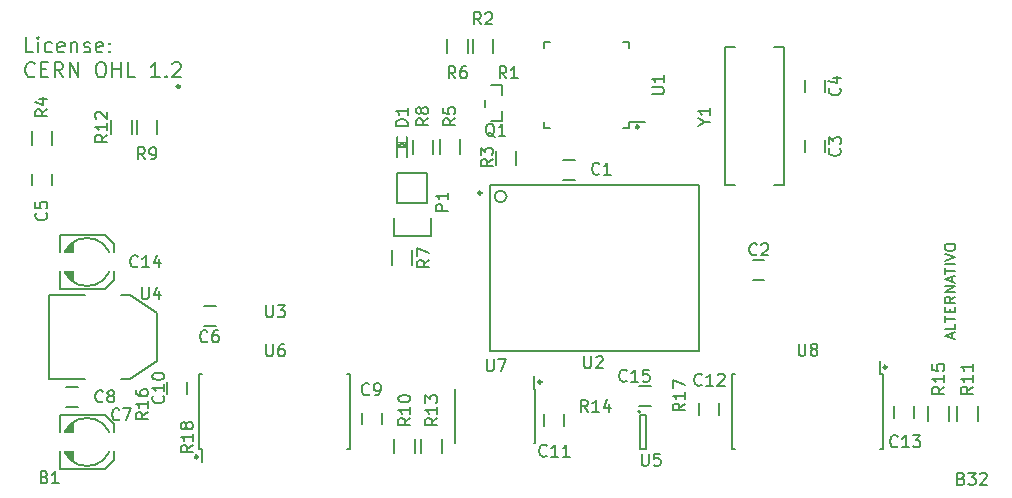
<source format=gbr>
G04 #@! TF.GenerationSoftware,KiCad,Pcbnew,(2017-02-04 revision 9a6e5734b)-master*
G04 #@! TF.CreationDate,2017-03-24T17:30:25+01:00*
G04 #@! TF.ProjectId,mega-wifi,6D6567612D776966692E6B696361645F,A1*
G04 #@! TF.FileFunction,Legend,Top*
G04 #@! TF.FilePolarity,Positive*
%FSLAX46Y46*%
G04 Gerber Fmt 4.6, Leading zero omitted, Abs format (unit mm)*
G04 Created by KiCad (PCBNEW (2017-02-04 revision 9a6e5734b)-master) date Fri Mar 24 17:30:25 2017*
%MOMM*%
%LPD*%
G01*
G04 APERTURE LIST*
%ADD10C,0.100000*%
%ADD11C,0.203200*%
%ADD12C,0.254000*%
%ADD13C,0.150000*%
%ADD14C,0.152400*%
%ADD15C,0.010000*%
%ADD16R,1.300000X0.700000*%
%ADD17R,1.250000X1.000000*%
%ADD18R,1.270000X0.279400*%
%ADD19R,1.000000X1.250000*%
%ADD20R,0.285000X1.000000*%
%ADD21R,0.400000X1.000000*%
%ADD22C,6.223000*%
%ADD23R,0.797560X0.797560*%
%ADD24R,1.000760X0.599440*%
%ADD25R,2.032000X3.657600*%
%ADD26R,2.032000X1.016000*%
%ADD27R,1.300000X0.250000*%
%ADD28R,0.250000X1.300000*%
%ADD29O,1.100000X2.400000*%
%ADD30R,2.400000X1.100000*%
%ADD31O,2.400000X1.100000*%
%ADD32R,2.100580X5.600700*%
%ADD33R,2.600960X1.600200*%
%ADD34R,1.778000X6.985000*%
%ADD35R,1.060000X0.650000*%
%ADD36R,1.250000X1.380000*%
%ADD37C,1.778000*%
G04 APERTURE END LIST*
D10*
D11*
X105306222Y-84483423D02*
X104701460Y-84483423D01*
X104701460Y-83213423D01*
X105729556Y-84483423D02*
X105729556Y-83636757D01*
X105729556Y-83213423D02*
X105669080Y-83273900D01*
X105729556Y-83334376D01*
X105790032Y-83273900D01*
X105729556Y-83213423D01*
X105729556Y-83334376D01*
X106878603Y-84422947D02*
X106757651Y-84483423D01*
X106515746Y-84483423D01*
X106394794Y-84422947D01*
X106334318Y-84362471D01*
X106273841Y-84241519D01*
X106273841Y-83878661D01*
X106334318Y-83757709D01*
X106394794Y-83697233D01*
X106515746Y-83636757D01*
X106757651Y-83636757D01*
X106878603Y-83697233D01*
X107906699Y-84422947D02*
X107785746Y-84483423D01*
X107543841Y-84483423D01*
X107422889Y-84422947D01*
X107362413Y-84301995D01*
X107362413Y-83818185D01*
X107422889Y-83697233D01*
X107543841Y-83636757D01*
X107785746Y-83636757D01*
X107906699Y-83697233D01*
X107967175Y-83818185D01*
X107967175Y-83939138D01*
X107362413Y-84060090D01*
X108511460Y-83636757D02*
X108511460Y-84483423D01*
X108511460Y-83757709D02*
X108571937Y-83697233D01*
X108692889Y-83636757D01*
X108874318Y-83636757D01*
X108995270Y-83697233D01*
X109055746Y-83818185D01*
X109055746Y-84483423D01*
X109600032Y-84422947D02*
X109720984Y-84483423D01*
X109962889Y-84483423D01*
X110083841Y-84422947D01*
X110144318Y-84301995D01*
X110144318Y-84241519D01*
X110083841Y-84120566D01*
X109962889Y-84060090D01*
X109781460Y-84060090D01*
X109660508Y-83999614D01*
X109600032Y-83878661D01*
X109600032Y-83818185D01*
X109660508Y-83697233D01*
X109781460Y-83636757D01*
X109962889Y-83636757D01*
X110083841Y-83697233D01*
X111172413Y-84422947D02*
X111051460Y-84483423D01*
X110809556Y-84483423D01*
X110688603Y-84422947D01*
X110628127Y-84301995D01*
X110628127Y-83818185D01*
X110688603Y-83697233D01*
X110809556Y-83636757D01*
X111051460Y-83636757D01*
X111172413Y-83697233D01*
X111232889Y-83818185D01*
X111232889Y-83939138D01*
X110628127Y-84060090D01*
X111777175Y-84362471D02*
X111837651Y-84422947D01*
X111777175Y-84483423D01*
X111716699Y-84422947D01*
X111777175Y-84362471D01*
X111777175Y-84483423D01*
X111777175Y-83697233D02*
X111837651Y-83757709D01*
X111777175Y-83818185D01*
X111716699Y-83757709D01*
X111777175Y-83697233D01*
X111777175Y-83818185D01*
X105427175Y-86470671D02*
X105366699Y-86531147D01*
X105185270Y-86591623D01*
X105064318Y-86591623D01*
X104882889Y-86531147D01*
X104761937Y-86410195D01*
X104701460Y-86289242D01*
X104640984Y-86047338D01*
X104640984Y-85865909D01*
X104701460Y-85624004D01*
X104761937Y-85503052D01*
X104882889Y-85382100D01*
X105064318Y-85321623D01*
X105185270Y-85321623D01*
X105366699Y-85382100D01*
X105427175Y-85442576D01*
X105971460Y-85926385D02*
X106394794Y-85926385D01*
X106576222Y-86591623D02*
X105971460Y-86591623D01*
X105971460Y-85321623D01*
X106576222Y-85321623D01*
X107846222Y-86591623D02*
X107422889Y-85986861D01*
X107120508Y-86591623D02*
X107120508Y-85321623D01*
X107604318Y-85321623D01*
X107725270Y-85382100D01*
X107785746Y-85442576D01*
X107846222Y-85563528D01*
X107846222Y-85744957D01*
X107785746Y-85865909D01*
X107725270Y-85926385D01*
X107604318Y-85986861D01*
X107120508Y-85986861D01*
X108390508Y-86591623D02*
X108390508Y-85321623D01*
X109116222Y-86591623D01*
X109116222Y-85321623D01*
X110930508Y-85321623D02*
X111172413Y-85321623D01*
X111293365Y-85382100D01*
X111414318Y-85503052D01*
X111474794Y-85744957D01*
X111474794Y-86168290D01*
X111414318Y-86410195D01*
X111293365Y-86531147D01*
X111172413Y-86591623D01*
X110930508Y-86591623D01*
X110809556Y-86531147D01*
X110688603Y-86410195D01*
X110628127Y-86168290D01*
X110628127Y-85744957D01*
X110688603Y-85503052D01*
X110809556Y-85382100D01*
X110930508Y-85321623D01*
X112019080Y-86591623D02*
X112019080Y-85321623D01*
X112019080Y-85926385D02*
X112744794Y-85926385D01*
X112744794Y-86591623D02*
X112744794Y-85321623D01*
X113954318Y-86591623D02*
X113349556Y-86591623D01*
X113349556Y-85321623D01*
X116010508Y-86591623D02*
X115284794Y-86591623D01*
X115647651Y-86591623D02*
X115647651Y-85321623D01*
X115526699Y-85503052D01*
X115405746Y-85624004D01*
X115284794Y-85684480D01*
X116554794Y-86470671D02*
X116615270Y-86531147D01*
X116554794Y-86591623D01*
X116494318Y-86531147D01*
X116554794Y-86470671D01*
X116554794Y-86591623D01*
X117099080Y-85442576D02*
X117159556Y-85382100D01*
X117280508Y-85321623D01*
X117582889Y-85321623D01*
X117703841Y-85382100D01*
X117764318Y-85442576D01*
X117824794Y-85563528D01*
X117824794Y-85684480D01*
X117764318Y-85865909D01*
X117038603Y-86591623D01*
X117824794Y-86591623D01*
X183889952Y-120577428D02*
X184035095Y-120625809D01*
X184083476Y-120674190D01*
X184131857Y-120770952D01*
X184131857Y-120916095D01*
X184083476Y-121012857D01*
X184035095Y-121061238D01*
X183938333Y-121109619D01*
X183551285Y-121109619D01*
X183551285Y-120093619D01*
X183889952Y-120093619D01*
X183986714Y-120142000D01*
X184035095Y-120190380D01*
X184083476Y-120287142D01*
X184083476Y-120383904D01*
X184035095Y-120480666D01*
X183986714Y-120529047D01*
X183889952Y-120577428D01*
X183551285Y-120577428D01*
X184470523Y-120093619D02*
X185099476Y-120093619D01*
X184760809Y-120480666D01*
X184905952Y-120480666D01*
X185002714Y-120529047D01*
X185051095Y-120577428D01*
X185099476Y-120674190D01*
X185099476Y-120916095D01*
X185051095Y-121012857D01*
X185002714Y-121061238D01*
X184905952Y-121109619D01*
X184615666Y-121109619D01*
X184518904Y-121061238D01*
X184470523Y-121012857D01*
X185486523Y-120190380D02*
X185534904Y-120142000D01*
X185631666Y-120093619D01*
X185873571Y-120093619D01*
X185970333Y-120142000D01*
X186018714Y-120190380D01*
X186067095Y-120287142D01*
X186067095Y-120383904D01*
X186018714Y-120529047D01*
X185438142Y-121109619D01*
X186067095Y-121109619D01*
X106268761Y-120450428D02*
X106413904Y-120498809D01*
X106462285Y-120547190D01*
X106510666Y-120643952D01*
X106510666Y-120789095D01*
X106462285Y-120885857D01*
X106413904Y-120934238D01*
X106317142Y-120982619D01*
X105930095Y-120982619D01*
X105930095Y-119966619D01*
X106268761Y-119966619D01*
X106365523Y-120015000D01*
X106413904Y-120063380D01*
X106462285Y-120160142D01*
X106462285Y-120256904D01*
X106413904Y-120353666D01*
X106365523Y-120402047D01*
X106268761Y-120450428D01*
X105930095Y-120450428D01*
X107478285Y-120982619D02*
X106897714Y-120982619D01*
X107188000Y-120982619D02*
X107188000Y-119966619D01*
X107091238Y-120111761D01*
X106994476Y-120208523D01*
X106897714Y-120256904D01*
D12*
X117729000Y-87376000D02*
G75*
G03X117729000Y-87376000I-127000J0D01*
G01*
X156591000Y-90805000D02*
G75*
G03X156591000Y-90805000I-127000J0D01*
G01*
X143256000Y-96393000D02*
G75*
G03X143256000Y-96393000I-127000J0D01*
G01*
X177571400Y-111150400D02*
G75*
G03X177571400Y-111150400I-127000J0D01*
G01*
X148336000Y-112395000D02*
G75*
G03X148336000Y-112395000I-127000J0D01*
G01*
X119253000Y-118745000D02*
G75*
G03X119253000Y-118745000I-127000J0D01*
G01*
D13*
X111901000Y-91405000D02*
X111901000Y-90205000D01*
X113651000Y-90205000D02*
X113651000Y-91405000D01*
X114060000Y-91405000D02*
X114060000Y-90205000D01*
X115810000Y-90205000D02*
X115810000Y-91405000D01*
X137428000Y-93068700D02*
X137428000Y-91868700D01*
X139178000Y-91868700D02*
X139178000Y-93068700D01*
X161710000Y-114181000D02*
X161710000Y-115181000D01*
X163410000Y-115181000D02*
X163410000Y-114181000D01*
X145391041Y-96686897D02*
G75*
G03X145391041Y-96686897I-508000J0D01*
G01*
X161647041Y-95738897D02*
X161647041Y-109738897D01*
X161647041Y-109738897D02*
X143994041Y-109738897D01*
X143994041Y-95738897D02*
X143994041Y-109738897D01*
X143994041Y-95738897D02*
X161647041Y-95738897D01*
X167225600Y-102096200D02*
X166225600Y-102096200D01*
X166225600Y-103796200D02*
X167225600Y-103796200D01*
X119355000Y-118110000D02*
X119612500Y-118110000D01*
X119355000Y-111760000D02*
X119612500Y-111760000D01*
X132105000Y-111760000D02*
X131847500Y-111760000D01*
X132105000Y-118110000D02*
X131847500Y-118110000D01*
X119355000Y-118110000D02*
X119355000Y-111760000D01*
X132105000Y-118110000D02*
X132105000Y-111760000D01*
X119612500Y-118110000D02*
X119612500Y-119185000D01*
X147762166Y-112947334D02*
X147737166Y-112947334D01*
X147762166Y-117597334D02*
X147737166Y-117597334D01*
X141012166Y-117597334D02*
X141037166Y-117597334D01*
X141012166Y-112947334D02*
X141037166Y-112947334D01*
X147762166Y-112947334D02*
X147762166Y-117597334D01*
X141012166Y-112947334D02*
X141012166Y-117597334D01*
X147737166Y-112947334D02*
X147737166Y-111872334D01*
X108085000Y-114515000D02*
X109085000Y-114515000D01*
X109085000Y-112815000D02*
X108085000Y-112815000D01*
X133109600Y-114993800D02*
X133109600Y-115993800D01*
X134809600Y-115993800D02*
X134809600Y-114993800D01*
X116625000Y-112435000D02*
X116625000Y-113435000D01*
X118325000Y-113435000D02*
X118325000Y-112435000D01*
X148590900Y-115124100D02*
X148590900Y-116124100D01*
X150290900Y-116124100D02*
X150290900Y-115124100D01*
X178220000Y-114435000D02*
X178220000Y-115435000D01*
X179920000Y-115435000D02*
X179920000Y-114435000D01*
X150147400Y-95287200D02*
X151147400Y-95287200D01*
X151147400Y-93587200D02*
X150147400Y-93587200D01*
X172342956Y-92908816D02*
X172342956Y-91908816D01*
X170642956Y-91908816D02*
X170642956Y-92908816D01*
X170642956Y-86828816D02*
X170642956Y-87828816D01*
X172342956Y-87828816D02*
X172342956Y-86828816D01*
X120753000Y-105957000D02*
X119753000Y-105957000D01*
X119753000Y-107657000D02*
X120753000Y-107657000D01*
X136075420Y-92069920D02*
X136974580Y-92069920D01*
X136974580Y-92069920D02*
X136974580Y-91671140D01*
X136075420Y-91671140D02*
X136974580Y-91671140D01*
X136075420Y-92069920D02*
X136075420Y-91671140D01*
X136075420Y-93367860D02*
X136974580Y-93367860D01*
X136974580Y-93367860D02*
X136974580Y-92969080D01*
X136075420Y-92969080D02*
X136974580Y-92969080D01*
X136075420Y-93367860D02*
X136075420Y-92969080D01*
X136075420Y-92519500D02*
X136225280Y-92519500D01*
X136225280Y-92519500D02*
X136225280Y-92219780D01*
X136075420Y-92219780D02*
X136225280Y-92219780D01*
X136075420Y-92519500D02*
X136075420Y-92219780D01*
X136824720Y-92519500D02*
X136974580Y-92519500D01*
X136974580Y-92519500D02*
X136974580Y-92219780D01*
X136824720Y-92219780D02*
X136974580Y-92219780D01*
X136824720Y-92519500D02*
X136824720Y-92219780D01*
X136375140Y-92519500D02*
X136674860Y-92519500D01*
X136674860Y-92519500D02*
X136674860Y-92219780D01*
X136375140Y-92219780D02*
X136674860Y-92219780D01*
X136375140Y-92519500D02*
X136375140Y-92219780D01*
X136126220Y-92069920D02*
X136126220Y-92969080D01*
X136923780Y-92069920D02*
X136923780Y-92969080D01*
X144086942Y-87289548D02*
X144986942Y-87289548D01*
X144986942Y-87289548D02*
X144986942Y-88089548D01*
X144086942Y-90289548D02*
X144986942Y-90289548D01*
X144986942Y-90289548D02*
X144986942Y-89489548D01*
X143586942Y-89089548D02*
X143586942Y-88489548D01*
X185288345Y-114462813D02*
X185288345Y-115662813D01*
X183538345Y-115662813D02*
X183538345Y-114462813D01*
X139714000Y-93056000D02*
X139714000Y-91856000D01*
X141464000Y-91856000D02*
X141464000Y-93056000D01*
X181099945Y-115662813D02*
X181099945Y-114462813D01*
X182849945Y-114462813D02*
X182849945Y-115662813D01*
X140349000Y-84547000D02*
X140349000Y-83347000D01*
X142099000Y-83347000D02*
X142099000Y-84547000D01*
X142523448Y-84519734D02*
X142523448Y-83319734D01*
X144273448Y-83319734D02*
X144273448Y-84519734D01*
X146213800Y-92821200D02*
X146213800Y-94021200D01*
X144463800Y-94021200D02*
X144463800Y-92821200D01*
X137400000Y-101254000D02*
X137400000Y-102454000D01*
X135650000Y-102454000D02*
X135650000Y-101254000D01*
X109728000Y-105029000D02*
X106680000Y-105029000D01*
X106680000Y-105029000D02*
X106680000Y-112141000D01*
X106680000Y-112141000D02*
X109728000Y-112141000D01*
X112776000Y-105029000D02*
X113538000Y-105029000D01*
X113538000Y-105029000D02*
X115824000Y-106553000D01*
X115824000Y-106553000D02*
X115824000Y-110617000D01*
X115824000Y-110617000D02*
X113538000Y-112141000D01*
X113538000Y-112141000D02*
X112776000Y-112141000D01*
X177225000Y-111700000D02*
X176967500Y-111700000D01*
X177225000Y-118050000D02*
X176967500Y-118050000D01*
X164475000Y-118050000D02*
X164732500Y-118050000D01*
X164475000Y-111700000D02*
X164732500Y-111700000D01*
X177225000Y-111700000D02*
X177225000Y-118050000D01*
X164475000Y-111700000D02*
X164475000Y-118050000D01*
X176967500Y-111700000D02*
X176967500Y-110625000D01*
X155771000Y-90874000D02*
X155771000Y-90349000D01*
X148521000Y-90874000D02*
X148521000Y-90349000D01*
X148521000Y-83624000D02*
X148521000Y-84149000D01*
X155771000Y-83624000D02*
X155771000Y-84149000D01*
X155771000Y-90874000D02*
X155246000Y-90874000D01*
X155771000Y-83624000D02*
X155246000Y-83624000D01*
X148521000Y-83624000D02*
X149046000Y-83624000D01*
X148521000Y-90874000D02*
X149046000Y-90874000D01*
X155771000Y-90349000D02*
X157146000Y-90349000D01*
X168912316Y-95718436D02*
X168912316Y-84019196D01*
X163913596Y-84019196D02*
X163913596Y-95718436D01*
X168912316Y-84019196D02*
X168063956Y-84019196D01*
X163913596Y-84019196D02*
X164761956Y-84019196D01*
X168912316Y-95718436D02*
X168063956Y-95718436D01*
X163913596Y-95718436D02*
X164761956Y-95718436D01*
X111506000Y-117475000D02*
X110744000Y-117475000D01*
X111125000Y-117094000D02*
X111125000Y-117856000D01*
X111379000Y-119761000D02*
X107569000Y-119761000D01*
X112141000Y-115951000D02*
X112141000Y-118999000D01*
X111379000Y-119761000D02*
X112141000Y-118999000D01*
X111379000Y-115189000D02*
X107569000Y-115189000D01*
X111379000Y-115189000D02*
X112141000Y-115951000D01*
X107823000Y-117602000D02*
X107823000Y-117348000D01*
X107950000Y-116840000D02*
X107950000Y-118110000D01*
X108077000Y-118364000D02*
X108077000Y-116586000D01*
X108204000Y-118618000D02*
X108204000Y-116332000D01*
X108331000Y-116205000D02*
X108331000Y-118745000D01*
X108458000Y-118872000D02*
X108458000Y-116078000D01*
X108585000Y-115951000D02*
X108585000Y-118999000D01*
X108712000Y-115824000D02*
X108712000Y-119126000D01*
X111887000Y-117475000D02*
G75*
G03X111887000Y-117475000I-2032000J0D01*
G01*
X107569000Y-115189000D02*
X107569000Y-119761000D01*
X111506000Y-102235000D02*
X110744000Y-102235000D01*
X111125000Y-101854000D02*
X111125000Y-102616000D01*
X111379000Y-104521000D02*
X107569000Y-104521000D01*
X112141000Y-100711000D02*
X112141000Y-103759000D01*
X111379000Y-104521000D02*
X112141000Y-103759000D01*
X111379000Y-99949000D02*
X107569000Y-99949000D01*
X111379000Y-99949000D02*
X112141000Y-100711000D01*
X107823000Y-102362000D02*
X107823000Y-102108000D01*
X107950000Y-101600000D02*
X107950000Y-102870000D01*
X108077000Y-103124000D02*
X108077000Y-101346000D01*
X108204000Y-103378000D02*
X108204000Y-101092000D01*
X108331000Y-100965000D02*
X108331000Y-103505000D01*
X108458000Y-103632000D02*
X108458000Y-100838000D01*
X108585000Y-100711000D02*
X108585000Y-103759000D01*
X108712000Y-100584000D02*
X108712000Y-103886000D01*
X111887000Y-102235000D02*
G75*
G03X111887000Y-102235000I-2032000J0D01*
G01*
X107569000Y-99949000D02*
X107569000Y-104521000D01*
X156729000Y-114911400D02*
G75*
G03X156729000Y-114911400I-100000J0D01*
G01*
X157179000Y-115161400D02*
X156679000Y-115161400D01*
X157179000Y-118061400D02*
X157179000Y-115161400D01*
X156679000Y-118061400D02*
X157179000Y-118061400D01*
X156679000Y-115161400D02*
X156679000Y-118061400D01*
X156599000Y-114413400D02*
X157599000Y-114413400D01*
X157599000Y-112713400D02*
X156599000Y-112713400D01*
X106895000Y-95750000D02*
X106895000Y-94750000D01*
X105195000Y-94750000D02*
X105195000Y-95750000D01*
X138964000Y-100051200D02*
X138964000Y-98501200D01*
X138684000Y-94691200D02*
X138684000Y-97231200D01*
X138684000Y-97231200D02*
X136144000Y-97231200D01*
X135864000Y-98501200D02*
X135864000Y-100051200D01*
X135864000Y-100051200D02*
X138964000Y-100051200D01*
X136144000Y-97231200D02*
X136144000Y-94691200D01*
X136144000Y-94691200D02*
X138684000Y-94691200D01*
X137628600Y-117230600D02*
X137628600Y-118430600D01*
X135878600Y-118430600D02*
X135878600Y-117230600D01*
X138164600Y-118430600D02*
X138164600Y-117230600D01*
X139914600Y-117230600D02*
X139914600Y-118430600D01*
X106920000Y-91155000D02*
X106920000Y-92355000D01*
X105170000Y-92355000D02*
X105170000Y-91155000D01*
D11*
X111584619Y-91458142D02*
X111100809Y-91796809D01*
X111584619Y-92038714D02*
X110568619Y-92038714D01*
X110568619Y-91651666D01*
X110617000Y-91554904D01*
X110665380Y-91506523D01*
X110762142Y-91458142D01*
X110907285Y-91458142D01*
X111004047Y-91506523D01*
X111052428Y-91554904D01*
X111100809Y-91651666D01*
X111100809Y-92038714D01*
X111584619Y-90490523D02*
X111584619Y-91071095D01*
X111584619Y-90780809D02*
X110568619Y-90780809D01*
X110713761Y-90877571D01*
X110810523Y-90974333D01*
X110858904Y-91071095D01*
X110665380Y-90103476D02*
X110617000Y-90055095D01*
X110568619Y-89958333D01*
X110568619Y-89716428D01*
X110617000Y-89619666D01*
X110665380Y-89571285D01*
X110762142Y-89522904D01*
X110858904Y-89522904D01*
X111004047Y-89571285D01*
X111584619Y-90151857D01*
X111584619Y-89522904D01*
X114765666Y-93550619D02*
X114427000Y-93066809D01*
X114185095Y-93550619D02*
X114185095Y-92534619D01*
X114572142Y-92534619D01*
X114668904Y-92583000D01*
X114717285Y-92631380D01*
X114765666Y-92728142D01*
X114765666Y-92873285D01*
X114717285Y-92970047D01*
X114668904Y-93018428D01*
X114572142Y-93066809D01*
X114185095Y-93066809D01*
X115249476Y-93550619D02*
X115443000Y-93550619D01*
X115539761Y-93502238D01*
X115588142Y-93453857D01*
X115684904Y-93308714D01*
X115733285Y-93115190D01*
X115733285Y-92728142D01*
X115684904Y-92631380D01*
X115636523Y-92583000D01*
X115539761Y-92534619D01*
X115346238Y-92534619D01*
X115249476Y-92583000D01*
X115201095Y-92631380D01*
X115152714Y-92728142D01*
X115152714Y-92970047D01*
X115201095Y-93066809D01*
X115249476Y-93115190D01*
X115346238Y-93163571D01*
X115539761Y-93163571D01*
X115636523Y-93115190D01*
X115684904Y-93066809D01*
X115733285Y-92970047D01*
X138762619Y-90085333D02*
X138278809Y-90424000D01*
X138762619Y-90665904D02*
X137746619Y-90665904D01*
X137746619Y-90278857D01*
X137795000Y-90182095D01*
X137843380Y-90133714D01*
X137940142Y-90085333D01*
X138085285Y-90085333D01*
X138182047Y-90133714D01*
X138230428Y-90182095D01*
X138278809Y-90278857D01*
X138278809Y-90665904D01*
X138182047Y-89504761D02*
X138133666Y-89601523D01*
X138085285Y-89649904D01*
X137988523Y-89698285D01*
X137940142Y-89698285D01*
X137843380Y-89649904D01*
X137795000Y-89601523D01*
X137746619Y-89504761D01*
X137746619Y-89311238D01*
X137795000Y-89214476D01*
X137843380Y-89166095D01*
X137940142Y-89117714D01*
X137988523Y-89117714D01*
X138085285Y-89166095D01*
X138133666Y-89214476D01*
X138182047Y-89311238D01*
X138182047Y-89504761D01*
X138230428Y-89601523D01*
X138278809Y-89649904D01*
X138375571Y-89698285D01*
X138569095Y-89698285D01*
X138665857Y-89649904D01*
X138714238Y-89601523D01*
X138762619Y-89504761D01*
X138762619Y-89311238D01*
X138714238Y-89214476D01*
X138665857Y-89166095D01*
X138569095Y-89117714D01*
X138375571Y-89117714D01*
X138278809Y-89166095D01*
X138230428Y-89214476D01*
X138182047Y-89311238D01*
X161906857Y-112630857D02*
X161858476Y-112679238D01*
X161713333Y-112727619D01*
X161616571Y-112727619D01*
X161471428Y-112679238D01*
X161374666Y-112582476D01*
X161326285Y-112485714D01*
X161277904Y-112292190D01*
X161277904Y-112147047D01*
X161326285Y-111953523D01*
X161374666Y-111856761D01*
X161471428Y-111760000D01*
X161616571Y-111711619D01*
X161713333Y-111711619D01*
X161858476Y-111760000D01*
X161906857Y-111808380D01*
X162874476Y-112727619D02*
X162293904Y-112727619D01*
X162584190Y-112727619D02*
X162584190Y-111711619D01*
X162487428Y-111856761D01*
X162390666Y-111953523D01*
X162293904Y-112001904D01*
X163261523Y-111808380D02*
X163309904Y-111760000D01*
X163406666Y-111711619D01*
X163648571Y-111711619D01*
X163745333Y-111760000D01*
X163793714Y-111808380D01*
X163842095Y-111905142D01*
X163842095Y-112001904D01*
X163793714Y-112147047D01*
X163213142Y-112727619D01*
X163842095Y-112727619D01*
X151956104Y-110213019D02*
X151956104Y-111035495D01*
X152004485Y-111132257D01*
X152052866Y-111180638D01*
X152149628Y-111229019D01*
X152343152Y-111229019D01*
X152439914Y-111180638D01*
X152488295Y-111132257D01*
X152536676Y-111035495D01*
X152536676Y-110213019D01*
X152972104Y-110309780D02*
X153020485Y-110261400D01*
X153117247Y-110213019D01*
X153359152Y-110213019D01*
X153455914Y-110261400D01*
X153504295Y-110309780D01*
X153552676Y-110406542D01*
X153552676Y-110503304D01*
X153504295Y-110648447D01*
X152923723Y-111229019D01*
X153552676Y-111229019D01*
X166581666Y-101581857D02*
X166533285Y-101630238D01*
X166388142Y-101678619D01*
X166291380Y-101678619D01*
X166146238Y-101630238D01*
X166049476Y-101533476D01*
X166001095Y-101436714D01*
X165952714Y-101243190D01*
X165952714Y-101098047D01*
X166001095Y-100904523D01*
X166049476Y-100807761D01*
X166146238Y-100711000D01*
X166291380Y-100662619D01*
X166388142Y-100662619D01*
X166533285Y-100711000D01*
X166581666Y-100759380D01*
X166968714Y-100759380D02*
X167017095Y-100711000D01*
X167113857Y-100662619D01*
X167355761Y-100662619D01*
X167452523Y-100711000D01*
X167500904Y-100759380D01*
X167549285Y-100856142D01*
X167549285Y-100952904D01*
X167500904Y-101098047D01*
X166920333Y-101678619D01*
X167549285Y-101678619D01*
X125032104Y-109197019D02*
X125032104Y-110019495D01*
X125080485Y-110116257D01*
X125128866Y-110164638D01*
X125225628Y-110213019D01*
X125419152Y-110213019D01*
X125515914Y-110164638D01*
X125564295Y-110116257D01*
X125612676Y-110019495D01*
X125612676Y-109197019D01*
X126531914Y-109197019D02*
X126338390Y-109197019D01*
X126241628Y-109245400D01*
X126193247Y-109293780D01*
X126096485Y-109438923D01*
X126048104Y-109632447D01*
X126048104Y-110019495D01*
X126096485Y-110116257D01*
X126144866Y-110164638D01*
X126241628Y-110213019D01*
X126435152Y-110213019D01*
X126531914Y-110164638D01*
X126580295Y-110116257D01*
X126628676Y-110019495D01*
X126628676Y-109777590D01*
X126580295Y-109680828D01*
X126531914Y-109632447D01*
X126435152Y-109584066D01*
X126241628Y-109584066D01*
X126144866Y-109632447D01*
X126096485Y-109680828D01*
X126048104Y-109777590D01*
X143701104Y-110467019D02*
X143701104Y-111289495D01*
X143749485Y-111386257D01*
X143797866Y-111434638D01*
X143894628Y-111483019D01*
X144088152Y-111483019D01*
X144184914Y-111434638D01*
X144233295Y-111386257D01*
X144281676Y-111289495D01*
X144281676Y-110467019D01*
X144668723Y-110467019D02*
X145346057Y-110467019D01*
X144910628Y-111483019D01*
X111209666Y-114027857D02*
X111161285Y-114076238D01*
X111016142Y-114124619D01*
X110919380Y-114124619D01*
X110774238Y-114076238D01*
X110677476Y-113979476D01*
X110629095Y-113882714D01*
X110580714Y-113689190D01*
X110580714Y-113544047D01*
X110629095Y-113350523D01*
X110677476Y-113253761D01*
X110774238Y-113157000D01*
X110919380Y-113108619D01*
X111016142Y-113108619D01*
X111161285Y-113157000D01*
X111209666Y-113205380D01*
X111790238Y-113544047D02*
X111693476Y-113495666D01*
X111645095Y-113447285D01*
X111596714Y-113350523D01*
X111596714Y-113302142D01*
X111645095Y-113205380D01*
X111693476Y-113157000D01*
X111790238Y-113108619D01*
X111983761Y-113108619D01*
X112080523Y-113157000D01*
X112128904Y-113205380D01*
X112177285Y-113302142D01*
X112177285Y-113350523D01*
X112128904Y-113447285D01*
X112080523Y-113495666D01*
X111983761Y-113544047D01*
X111790238Y-113544047D01*
X111693476Y-113592428D01*
X111645095Y-113640809D01*
X111596714Y-113737571D01*
X111596714Y-113931095D01*
X111645095Y-114027857D01*
X111693476Y-114076238D01*
X111790238Y-114124619D01*
X111983761Y-114124619D01*
X112080523Y-114076238D01*
X112128904Y-114027857D01*
X112177285Y-113931095D01*
X112177285Y-113737571D01*
X112128904Y-113640809D01*
X112080523Y-113592428D01*
X111983761Y-113544047D01*
X133764866Y-113418257D02*
X133716485Y-113466638D01*
X133571342Y-113515019D01*
X133474580Y-113515019D01*
X133329438Y-113466638D01*
X133232676Y-113369876D01*
X133184295Y-113273114D01*
X133135914Y-113079590D01*
X133135914Y-112934447D01*
X133184295Y-112740923D01*
X133232676Y-112644161D01*
X133329438Y-112547400D01*
X133474580Y-112499019D01*
X133571342Y-112499019D01*
X133716485Y-112547400D01*
X133764866Y-112595780D01*
X134248676Y-113515019D02*
X134442200Y-113515019D01*
X134538961Y-113466638D01*
X134587342Y-113418257D01*
X134684104Y-113273114D01*
X134732485Y-113079590D01*
X134732485Y-112692542D01*
X134684104Y-112595780D01*
X134635723Y-112547400D01*
X134538961Y-112499019D01*
X134345438Y-112499019D01*
X134248676Y-112547400D01*
X134200295Y-112595780D01*
X134151914Y-112692542D01*
X134151914Y-112934447D01*
X134200295Y-113031209D01*
X134248676Y-113079590D01*
X134345438Y-113127971D01*
X134538961Y-113127971D01*
X134635723Y-113079590D01*
X134684104Y-113031209D01*
X134732485Y-112934447D01*
X116313857Y-113556142D02*
X116362238Y-113604523D01*
X116410619Y-113749666D01*
X116410619Y-113846428D01*
X116362238Y-113991571D01*
X116265476Y-114088333D01*
X116168714Y-114136714D01*
X115975190Y-114185095D01*
X115830047Y-114185095D01*
X115636523Y-114136714D01*
X115539761Y-114088333D01*
X115443000Y-113991571D01*
X115394619Y-113846428D01*
X115394619Y-113749666D01*
X115443000Y-113604523D01*
X115491380Y-113556142D01*
X116410619Y-112588523D02*
X116410619Y-113169095D01*
X116410619Y-112878809D02*
X115394619Y-112878809D01*
X115539761Y-112975571D01*
X115636523Y-113072333D01*
X115684904Y-113169095D01*
X115394619Y-111959571D02*
X115394619Y-111862809D01*
X115443000Y-111766047D01*
X115491380Y-111717666D01*
X115588142Y-111669285D01*
X115781666Y-111620904D01*
X116023571Y-111620904D01*
X116217095Y-111669285D01*
X116313857Y-111717666D01*
X116362238Y-111766047D01*
X116410619Y-111862809D01*
X116410619Y-111959571D01*
X116362238Y-112056333D01*
X116313857Y-112104714D01*
X116217095Y-112153095D01*
X116023571Y-112201476D01*
X115781666Y-112201476D01*
X115588142Y-112153095D01*
X115491380Y-112104714D01*
X115443000Y-112056333D01*
X115394619Y-111959571D01*
X148783829Y-118621859D02*
X148735448Y-118670240D01*
X148590305Y-118718621D01*
X148493543Y-118718621D01*
X148348400Y-118670240D01*
X148251638Y-118573478D01*
X148203257Y-118476716D01*
X148154876Y-118283192D01*
X148154876Y-118138049D01*
X148203257Y-117944525D01*
X148251638Y-117847763D01*
X148348400Y-117751002D01*
X148493543Y-117702621D01*
X148590305Y-117702621D01*
X148735448Y-117751002D01*
X148783829Y-117799382D01*
X149751448Y-118718621D02*
X149170876Y-118718621D01*
X149461162Y-118718621D02*
X149461162Y-117702621D01*
X149364400Y-117847763D01*
X149267638Y-117944525D01*
X149170876Y-117992906D01*
X150719067Y-118718621D02*
X150138495Y-118718621D01*
X150428781Y-118718621D02*
X150428781Y-117702621D01*
X150332019Y-117847763D01*
X150235257Y-117944525D01*
X150138495Y-117992906D01*
X178493057Y-117837857D02*
X178444676Y-117886238D01*
X178299533Y-117934619D01*
X178202771Y-117934619D01*
X178057628Y-117886238D01*
X177960866Y-117789476D01*
X177912485Y-117692714D01*
X177864104Y-117499190D01*
X177864104Y-117354047D01*
X177912485Y-117160523D01*
X177960866Y-117063761D01*
X178057628Y-116967000D01*
X178202771Y-116918619D01*
X178299533Y-116918619D01*
X178444676Y-116967000D01*
X178493057Y-117015380D01*
X179460676Y-117934619D02*
X178880104Y-117934619D01*
X179170390Y-117934619D02*
X179170390Y-116918619D01*
X179073628Y-117063761D01*
X178976866Y-117160523D01*
X178880104Y-117208904D01*
X179799342Y-116918619D02*
X180428295Y-116918619D01*
X180089628Y-117305666D01*
X180234771Y-117305666D01*
X180331533Y-117354047D01*
X180379914Y-117402428D01*
X180428295Y-117499190D01*
X180428295Y-117741095D01*
X180379914Y-117837857D01*
X180331533Y-117886238D01*
X180234771Y-117934619D01*
X179944485Y-117934619D01*
X179847723Y-117886238D01*
X179799342Y-117837857D01*
X153246666Y-94749257D02*
X153198285Y-94797638D01*
X153053142Y-94846019D01*
X152956380Y-94846019D01*
X152811238Y-94797638D01*
X152714476Y-94700876D01*
X152666095Y-94604114D01*
X152617714Y-94410590D01*
X152617714Y-94265447D01*
X152666095Y-94071923D01*
X152714476Y-93975161D01*
X152811238Y-93878400D01*
X152956380Y-93830019D01*
X153053142Y-93830019D01*
X153198285Y-93878400D01*
X153246666Y-93926780D01*
X154214285Y-94846019D02*
X153633714Y-94846019D01*
X153924000Y-94846019D02*
X153924000Y-93830019D01*
X153827238Y-93975161D01*
X153730476Y-94071923D01*
X153633714Y-94120304D01*
X173590857Y-92625333D02*
X173639238Y-92673714D01*
X173687619Y-92818857D01*
X173687619Y-92915619D01*
X173639238Y-93060761D01*
X173542476Y-93157523D01*
X173445714Y-93205904D01*
X173252190Y-93254285D01*
X173107047Y-93254285D01*
X172913523Y-93205904D01*
X172816761Y-93157523D01*
X172720000Y-93060761D01*
X172671619Y-92915619D01*
X172671619Y-92818857D01*
X172720000Y-92673714D01*
X172768380Y-92625333D01*
X172671619Y-92286666D02*
X172671619Y-91657714D01*
X173058666Y-91996380D01*
X173058666Y-91851238D01*
X173107047Y-91754476D01*
X173155428Y-91706095D01*
X173252190Y-91657714D01*
X173494095Y-91657714D01*
X173590857Y-91706095D01*
X173639238Y-91754476D01*
X173687619Y-91851238D01*
X173687619Y-92141523D01*
X173639238Y-92238285D01*
X173590857Y-92286666D01*
X173590857Y-87498149D02*
X173639238Y-87546530D01*
X173687619Y-87691673D01*
X173687619Y-87788435D01*
X173639238Y-87933577D01*
X173542476Y-88030339D01*
X173445714Y-88078720D01*
X173252190Y-88127101D01*
X173107047Y-88127101D01*
X172913523Y-88078720D01*
X172816761Y-88030339D01*
X172720000Y-87933577D01*
X172671619Y-87788435D01*
X172671619Y-87691673D01*
X172720000Y-87546530D01*
X172768380Y-87498149D01*
X173010285Y-86627292D02*
X173687619Y-86627292D01*
X172623238Y-86869196D02*
X173348952Y-87111101D01*
X173348952Y-86482149D01*
X120058266Y-108947857D02*
X120009885Y-108996238D01*
X119864742Y-109044619D01*
X119767980Y-109044619D01*
X119622838Y-108996238D01*
X119526076Y-108899476D01*
X119477695Y-108802714D01*
X119429314Y-108609190D01*
X119429314Y-108464047D01*
X119477695Y-108270523D01*
X119526076Y-108173761D01*
X119622838Y-108077000D01*
X119767980Y-108028619D01*
X119864742Y-108028619D01*
X120009885Y-108077000D01*
X120058266Y-108125380D01*
X120929123Y-108028619D02*
X120735600Y-108028619D01*
X120638838Y-108077000D01*
X120590457Y-108125380D01*
X120493695Y-108270523D01*
X120445314Y-108464047D01*
X120445314Y-108851095D01*
X120493695Y-108947857D01*
X120542076Y-108996238D01*
X120638838Y-109044619D01*
X120832361Y-109044619D01*
X120929123Y-108996238D01*
X120977504Y-108947857D01*
X121025885Y-108851095D01*
X121025885Y-108609190D01*
X120977504Y-108512428D01*
X120929123Y-108464047D01*
X120832361Y-108415666D01*
X120638838Y-108415666D01*
X120542076Y-108464047D01*
X120493695Y-108512428D01*
X120445314Y-108609190D01*
X137035419Y-90729404D02*
X136019419Y-90729404D01*
X136019419Y-90487500D01*
X136067800Y-90342357D01*
X136164561Y-90245595D01*
X136261323Y-90197214D01*
X136454847Y-90148833D01*
X136599990Y-90148833D01*
X136793514Y-90197214D01*
X136890276Y-90245595D01*
X136987038Y-90342357D01*
X137035419Y-90487500D01*
X137035419Y-90729404D01*
X137035419Y-89181214D02*
X137035419Y-89761785D01*
X137035419Y-89471500D02*
X136019419Y-89471500D01*
X136164561Y-89568261D01*
X136261323Y-89665023D01*
X136309704Y-89761785D01*
X144365738Y-91640780D02*
X144268976Y-91592400D01*
X144172214Y-91495638D01*
X144027071Y-91350495D01*
X143930309Y-91302114D01*
X143833547Y-91302114D01*
X143881928Y-91544019D02*
X143785166Y-91495638D01*
X143688404Y-91398876D01*
X143640023Y-91205352D01*
X143640023Y-90866685D01*
X143688404Y-90673161D01*
X143785166Y-90576400D01*
X143881928Y-90528019D01*
X144075452Y-90528019D01*
X144172214Y-90576400D01*
X144268976Y-90673161D01*
X144317357Y-90866685D01*
X144317357Y-91205352D01*
X144268976Y-91398876D01*
X144172214Y-91495638D01*
X144075452Y-91544019D01*
X143881928Y-91544019D01*
X145284976Y-91544019D02*
X144704404Y-91544019D01*
X144994690Y-91544019D02*
X144994690Y-90528019D01*
X144897928Y-90673161D01*
X144801166Y-90769923D01*
X144704404Y-90818304D01*
X184863619Y-112794142D02*
X184379809Y-113132809D01*
X184863619Y-113374714D02*
X183847619Y-113374714D01*
X183847619Y-112987666D01*
X183896000Y-112890904D01*
X183944380Y-112842523D01*
X184041142Y-112794142D01*
X184186285Y-112794142D01*
X184283047Y-112842523D01*
X184331428Y-112890904D01*
X184379809Y-112987666D01*
X184379809Y-113374714D01*
X184863619Y-111826523D02*
X184863619Y-112407095D01*
X184863619Y-112116809D02*
X183847619Y-112116809D01*
X183992761Y-112213571D01*
X184089523Y-112310333D01*
X184137904Y-112407095D01*
X184863619Y-110858904D02*
X184863619Y-111439476D01*
X184863619Y-111149190D02*
X183847619Y-111149190D01*
X183992761Y-111245952D01*
X184089523Y-111342714D01*
X184137904Y-111439476D01*
X141048619Y-90085333D02*
X140564809Y-90424000D01*
X141048619Y-90665904D02*
X140032619Y-90665904D01*
X140032619Y-90278857D01*
X140081000Y-90182095D01*
X140129380Y-90133714D01*
X140226142Y-90085333D01*
X140371285Y-90085333D01*
X140468047Y-90133714D01*
X140516428Y-90182095D01*
X140564809Y-90278857D01*
X140564809Y-90665904D01*
X140032619Y-89166095D02*
X140032619Y-89649904D01*
X140516428Y-89698285D01*
X140468047Y-89649904D01*
X140419666Y-89553142D01*
X140419666Y-89311238D01*
X140468047Y-89214476D01*
X140516428Y-89166095D01*
X140613190Y-89117714D01*
X140855095Y-89117714D01*
X140951857Y-89166095D01*
X141000238Y-89214476D01*
X141048619Y-89311238D01*
X141048619Y-89553142D01*
X141000238Y-89649904D01*
X140951857Y-89698285D01*
X182450619Y-112794142D02*
X181966809Y-113132809D01*
X182450619Y-113374714D02*
X181434619Y-113374714D01*
X181434619Y-112987666D01*
X181483000Y-112890904D01*
X181531380Y-112842523D01*
X181628142Y-112794142D01*
X181773285Y-112794142D01*
X181870047Y-112842523D01*
X181918428Y-112890904D01*
X181966809Y-112987666D01*
X181966809Y-113374714D01*
X182450619Y-111826523D02*
X182450619Y-112407095D01*
X182450619Y-112116809D02*
X181434619Y-112116809D01*
X181579761Y-112213571D01*
X181676523Y-112310333D01*
X181724904Y-112407095D01*
X181434619Y-110907285D02*
X181434619Y-111391095D01*
X181918428Y-111439476D01*
X181870047Y-111391095D01*
X181821666Y-111294333D01*
X181821666Y-111052428D01*
X181870047Y-110955666D01*
X181918428Y-110907285D01*
X182015190Y-110858904D01*
X182257095Y-110858904D01*
X182353857Y-110907285D01*
X182402238Y-110955666D01*
X182450619Y-111052428D01*
X182450619Y-111294333D01*
X182402238Y-111391095D01*
X182353857Y-111439476D01*
X141054666Y-86692619D02*
X140716000Y-86208809D01*
X140474095Y-86692619D02*
X140474095Y-85676619D01*
X140861142Y-85676619D01*
X140957904Y-85725000D01*
X141006285Y-85773380D01*
X141054666Y-85870142D01*
X141054666Y-86015285D01*
X141006285Y-86112047D01*
X140957904Y-86160428D01*
X140861142Y-86208809D01*
X140474095Y-86208809D01*
X141925523Y-85676619D02*
X141732000Y-85676619D01*
X141635238Y-85725000D01*
X141586857Y-85773380D01*
X141490095Y-85918523D01*
X141441714Y-86112047D01*
X141441714Y-86499095D01*
X141490095Y-86595857D01*
X141538476Y-86644238D01*
X141635238Y-86692619D01*
X141828761Y-86692619D01*
X141925523Y-86644238D01*
X141973904Y-86595857D01*
X142022285Y-86499095D01*
X142022285Y-86257190D01*
X141973904Y-86160428D01*
X141925523Y-86112047D01*
X141828761Y-86063666D01*
X141635238Y-86063666D01*
X141538476Y-86112047D01*
X141490095Y-86160428D01*
X141441714Y-86257190D01*
X143213666Y-82120619D02*
X142875000Y-81636809D01*
X142633095Y-82120619D02*
X142633095Y-81104619D01*
X143020142Y-81104619D01*
X143116904Y-81153000D01*
X143165285Y-81201380D01*
X143213666Y-81298142D01*
X143213666Y-81443285D01*
X143165285Y-81540047D01*
X143116904Y-81588428D01*
X143020142Y-81636809D01*
X142633095Y-81636809D01*
X143600714Y-81201380D02*
X143649095Y-81153000D01*
X143745857Y-81104619D01*
X143987761Y-81104619D01*
X144084523Y-81153000D01*
X144132904Y-81201380D01*
X144181285Y-81298142D01*
X144181285Y-81394904D01*
X144132904Y-81540047D01*
X143552333Y-82120619D01*
X144181285Y-82120619D01*
X144223619Y-93514333D02*
X143739809Y-93853000D01*
X144223619Y-94094904D02*
X143207619Y-94094904D01*
X143207619Y-93707857D01*
X143256000Y-93611095D01*
X143304380Y-93562714D01*
X143401142Y-93514333D01*
X143546285Y-93514333D01*
X143643047Y-93562714D01*
X143691428Y-93611095D01*
X143739809Y-93707857D01*
X143739809Y-94094904D01*
X143207619Y-93175666D02*
X143207619Y-92546714D01*
X143594666Y-92885380D01*
X143594666Y-92740238D01*
X143643047Y-92643476D01*
X143691428Y-92595095D01*
X143788190Y-92546714D01*
X144030095Y-92546714D01*
X144126857Y-92595095D01*
X144175238Y-92643476D01*
X144223619Y-92740238D01*
X144223619Y-93030523D01*
X144175238Y-93127285D01*
X144126857Y-93175666D01*
X138838819Y-102084333D02*
X138355009Y-102423000D01*
X138838819Y-102664904D02*
X137822819Y-102664904D01*
X137822819Y-102277857D01*
X137871200Y-102181095D01*
X137919580Y-102132714D01*
X138016342Y-102084333D01*
X138161485Y-102084333D01*
X138258247Y-102132714D01*
X138306628Y-102181095D01*
X138355009Y-102277857D01*
X138355009Y-102664904D01*
X137822819Y-101745666D02*
X137822819Y-101068333D01*
X138838819Y-101503761D01*
X114491104Y-104371019D02*
X114491104Y-105193495D01*
X114539485Y-105290257D01*
X114587866Y-105338638D01*
X114684628Y-105387019D01*
X114878152Y-105387019D01*
X114974914Y-105338638D01*
X115023295Y-105290257D01*
X115071676Y-105193495D01*
X115071676Y-104371019D01*
X115990914Y-104709685D02*
X115990914Y-105387019D01*
X115749009Y-104322638D02*
X115507104Y-105048352D01*
X116136057Y-105048352D01*
X170104404Y-109171619D02*
X170104404Y-109994095D01*
X170152785Y-110090857D01*
X170201166Y-110139238D01*
X170297928Y-110187619D01*
X170491452Y-110187619D01*
X170588214Y-110139238D01*
X170636595Y-110090857D01*
X170684976Y-109994095D01*
X170684976Y-109171619D01*
X171313928Y-109607047D02*
X171217166Y-109558666D01*
X171168785Y-109510285D01*
X171120404Y-109413523D01*
X171120404Y-109365142D01*
X171168785Y-109268380D01*
X171217166Y-109220000D01*
X171313928Y-109171619D01*
X171507452Y-109171619D01*
X171604214Y-109220000D01*
X171652595Y-109268380D01*
X171700976Y-109365142D01*
X171700976Y-109413523D01*
X171652595Y-109510285D01*
X171604214Y-109558666D01*
X171507452Y-109607047D01*
X171313928Y-109607047D01*
X171217166Y-109655428D01*
X171168785Y-109703809D01*
X171120404Y-109800571D01*
X171120404Y-109994095D01*
X171168785Y-110090857D01*
X171217166Y-110139238D01*
X171313928Y-110187619D01*
X171507452Y-110187619D01*
X171604214Y-110139238D01*
X171652595Y-110090857D01*
X171700976Y-109994095D01*
X171700976Y-109800571D01*
X171652595Y-109703809D01*
X171604214Y-109655428D01*
X171507452Y-109607047D01*
X157685619Y-88023095D02*
X158508095Y-88023095D01*
X158604857Y-87974714D01*
X158653238Y-87926333D01*
X158701619Y-87829571D01*
X158701619Y-87636047D01*
X158653238Y-87539285D01*
X158604857Y-87490904D01*
X158508095Y-87442523D01*
X157685619Y-87442523D01*
X158701619Y-86426523D02*
X158701619Y-87007095D01*
X158701619Y-86716809D02*
X157685619Y-86716809D01*
X157830761Y-86813571D01*
X157927523Y-86910333D01*
X157975904Y-87007095D01*
X125032104Y-105895019D02*
X125032104Y-106717495D01*
X125080485Y-106814257D01*
X125128866Y-106862638D01*
X125225628Y-106911019D01*
X125419152Y-106911019D01*
X125515914Y-106862638D01*
X125564295Y-106814257D01*
X125612676Y-106717495D01*
X125612676Y-105895019D01*
X125999723Y-105895019D02*
X126628676Y-105895019D01*
X126290009Y-106282066D01*
X126435152Y-106282066D01*
X126531914Y-106330447D01*
X126580295Y-106378828D01*
X126628676Y-106475590D01*
X126628676Y-106717495D01*
X126580295Y-106814257D01*
X126531914Y-106862638D01*
X126435152Y-106911019D01*
X126144866Y-106911019D01*
X126048104Y-106862638D01*
X125999723Y-106814257D01*
X162154809Y-90399809D02*
X162638619Y-90399809D01*
X161622619Y-90738476D02*
X162154809Y-90399809D01*
X161622619Y-90061142D01*
X162638619Y-89190285D02*
X162638619Y-89770857D01*
X162638619Y-89480571D02*
X161622619Y-89480571D01*
X161767761Y-89577333D01*
X161864523Y-89674095D01*
X161912904Y-89770857D01*
X112606666Y-115551857D02*
X112558285Y-115600238D01*
X112413142Y-115648619D01*
X112316380Y-115648619D01*
X112171238Y-115600238D01*
X112074476Y-115503476D01*
X112026095Y-115406714D01*
X111977714Y-115213190D01*
X111977714Y-115068047D01*
X112026095Y-114874523D01*
X112074476Y-114777761D01*
X112171238Y-114681000D01*
X112316380Y-114632619D01*
X112413142Y-114632619D01*
X112558285Y-114681000D01*
X112606666Y-114729380D01*
X112945333Y-114632619D02*
X113622666Y-114632619D01*
X113187238Y-115648619D01*
X114154857Y-102597857D02*
X114106476Y-102646238D01*
X113961333Y-102694619D01*
X113864571Y-102694619D01*
X113719428Y-102646238D01*
X113622666Y-102549476D01*
X113574285Y-102452714D01*
X113525904Y-102259190D01*
X113525904Y-102114047D01*
X113574285Y-101920523D01*
X113622666Y-101823761D01*
X113719428Y-101727000D01*
X113864571Y-101678619D01*
X113961333Y-101678619D01*
X114106476Y-101727000D01*
X114154857Y-101775380D01*
X115122476Y-102694619D02*
X114541904Y-102694619D01*
X114832190Y-102694619D02*
X114832190Y-101678619D01*
X114735428Y-101823761D01*
X114638666Y-101920523D01*
X114541904Y-101968904D01*
X115993333Y-102017285D02*
X115993333Y-102694619D01*
X115751428Y-101630238D02*
X115509523Y-102355952D01*
X116138476Y-102355952D01*
D14*
X183142166Y-108675500D02*
X183142166Y-108252166D01*
X183396166Y-108760166D02*
X182507166Y-108463833D01*
X183396166Y-108167500D01*
X183396166Y-107447833D02*
X183396166Y-107871166D01*
X182507166Y-107871166D01*
X182507166Y-107278500D02*
X182507166Y-106770500D01*
X183396166Y-107024500D02*
X182507166Y-107024500D01*
X182930500Y-106474166D02*
X182930500Y-106177833D01*
X183396166Y-106050833D02*
X183396166Y-106474166D01*
X182507166Y-106474166D01*
X182507166Y-106050833D01*
X183396166Y-105161833D02*
X182972833Y-105458166D01*
X183396166Y-105669833D02*
X182507166Y-105669833D01*
X182507166Y-105331166D01*
X182549500Y-105246500D01*
X182591833Y-105204166D01*
X182676500Y-105161833D01*
X182803500Y-105161833D01*
X182888166Y-105204166D01*
X182930500Y-105246500D01*
X182972833Y-105331166D01*
X182972833Y-105669833D01*
X183396166Y-104780833D02*
X182507166Y-104780833D01*
X183396166Y-104272833D01*
X182507166Y-104272833D01*
X183142166Y-103891833D02*
X183142166Y-103468500D01*
X183396166Y-103976500D02*
X182507166Y-103680166D01*
X183396166Y-103383833D01*
X182507166Y-103214500D02*
X182507166Y-102706500D01*
X183396166Y-102960500D02*
X182507166Y-102960500D01*
X183396166Y-102410166D02*
X182507166Y-102410166D01*
X182507166Y-102113833D02*
X183396166Y-101817500D01*
X182507166Y-101521166D01*
X182507166Y-101055500D02*
X182507166Y-100886166D01*
X182549500Y-100801500D01*
X182634166Y-100716833D01*
X182803500Y-100674500D01*
X183099833Y-100674500D01*
X183269166Y-100716833D01*
X183353833Y-100801500D01*
X183396166Y-100886166D01*
X183396166Y-101055500D01*
X183353833Y-101140166D01*
X183269166Y-101224833D01*
X183099833Y-101267166D01*
X182803500Y-101267166D01*
X182634166Y-101224833D01*
X182549500Y-101140166D01*
X182507166Y-101055500D01*
D11*
X156832904Y-118468019D02*
X156832904Y-119290495D01*
X156881285Y-119387257D01*
X156929666Y-119435638D01*
X157026428Y-119484019D01*
X157219952Y-119484019D01*
X157316714Y-119435638D01*
X157365095Y-119387257D01*
X157413476Y-119290495D01*
X157413476Y-118468019D01*
X158381095Y-118468019D02*
X157897285Y-118468019D01*
X157848904Y-118951828D01*
X157897285Y-118903447D01*
X157994047Y-118855066D01*
X158235952Y-118855066D01*
X158332714Y-118903447D01*
X158381095Y-118951828D01*
X158429476Y-119048590D01*
X158429476Y-119290495D01*
X158381095Y-119387257D01*
X158332714Y-119435638D01*
X158235952Y-119484019D01*
X157994047Y-119484019D01*
X157897285Y-119435638D01*
X157848904Y-119387257D01*
X152254857Y-114934619D02*
X151916190Y-114450809D01*
X151674285Y-114934619D02*
X151674285Y-113918619D01*
X152061333Y-113918619D01*
X152158095Y-113967000D01*
X152206476Y-114015380D01*
X152254857Y-114112142D01*
X152254857Y-114257285D01*
X152206476Y-114354047D01*
X152158095Y-114402428D01*
X152061333Y-114450809D01*
X151674285Y-114450809D01*
X153222476Y-114934619D02*
X152641904Y-114934619D01*
X152932190Y-114934619D02*
X152932190Y-113918619D01*
X152835428Y-114063761D01*
X152738666Y-114160523D01*
X152641904Y-114208904D01*
X154093333Y-114257285D02*
X154093333Y-114934619D01*
X153851428Y-113870238D02*
X153609523Y-114595952D01*
X154238476Y-114595952D01*
X145372666Y-86692619D02*
X145034000Y-86208809D01*
X144792095Y-86692619D02*
X144792095Y-85676619D01*
X145179142Y-85676619D01*
X145275904Y-85725000D01*
X145324285Y-85773380D01*
X145372666Y-85870142D01*
X145372666Y-86015285D01*
X145324285Y-86112047D01*
X145275904Y-86160428D01*
X145179142Y-86208809D01*
X144792095Y-86208809D01*
X146340285Y-86692619D02*
X145759714Y-86692619D01*
X146050000Y-86692619D02*
X146050000Y-85676619D01*
X145953238Y-85821761D01*
X145856476Y-85918523D01*
X145759714Y-85966904D01*
X155556857Y-112275257D02*
X155508476Y-112323638D01*
X155363333Y-112372019D01*
X155266571Y-112372019D01*
X155121428Y-112323638D01*
X155024666Y-112226876D01*
X154976285Y-112130114D01*
X154927904Y-111936590D01*
X154927904Y-111791447D01*
X154976285Y-111597923D01*
X155024666Y-111501161D01*
X155121428Y-111404400D01*
X155266571Y-111356019D01*
X155363333Y-111356019D01*
X155508476Y-111404400D01*
X155556857Y-111452780D01*
X156524476Y-112372019D02*
X155943904Y-112372019D01*
X156234190Y-112372019D02*
X156234190Y-111356019D01*
X156137428Y-111501161D01*
X156040666Y-111597923D01*
X155943904Y-111646304D01*
X157443714Y-111356019D02*
X156959904Y-111356019D01*
X156911523Y-111839828D01*
X156959904Y-111791447D01*
X157056666Y-111743066D01*
X157298571Y-111743066D01*
X157395333Y-111791447D01*
X157443714Y-111839828D01*
X157492095Y-111936590D01*
X157492095Y-112178495D01*
X157443714Y-112275257D01*
X157395333Y-112323638D01*
X157298571Y-112372019D01*
X157056666Y-112372019D01*
X156959904Y-112323638D01*
X156911523Y-112275257D01*
X160479619Y-114216542D02*
X159995809Y-114555209D01*
X160479619Y-114797114D02*
X159463619Y-114797114D01*
X159463619Y-114410066D01*
X159512000Y-114313304D01*
X159560380Y-114264923D01*
X159657142Y-114216542D01*
X159802285Y-114216542D01*
X159899047Y-114264923D01*
X159947428Y-114313304D01*
X159995809Y-114410066D01*
X159995809Y-114797114D01*
X160479619Y-113248923D02*
X160479619Y-113829495D01*
X160479619Y-113539209D02*
X159463619Y-113539209D01*
X159608761Y-113635971D01*
X159705523Y-113732733D01*
X159753904Y-113829495D01*
X159463619Y-112910257D02*
X159463619Y-112232923D01*
X160479619Y-112668352D01*
X106407857Y-98086333D02*
X106456238Y-98134714D01*
X106504619Y-98279857D01*
X106504619Y-98376619D01*
X106456238Y-98521761D01*
X106359476Y-98618523D01*
X106262714Y-98666904D01*
X106069190Y-98715285D01*
X105924047Y-98715285D01*
X105730523Y-98666904D01*
X105633761Y-98618523D01*
X105537000Y-98521761D01*
X105488619Y-98376619D01*
X105488619Y-98279857D01*
X105537000Y-98134714D01*
X105585380Y-98086333D01*
X105488619Y-97167095D02*
X105488619Y-97650904D01*
X105972428Y-97699285D01*
X105924047Y-97650904D01*
X105875666Y-97554142D01*
X105875666Y-97312238D01*
X105924047Y-97215476D01*
X105972428Y-97167095D01*
X106069190Y-97118714D01*
X106311095Y-97118714D01*
X106407857Y-97167095D01*
X106456238Y-97215476D01*
X106504619Y-97312238D01*
X106504619Y-97554142D01*
X106456238Y-97650904D01*
X106407857Y-97699285D01*
X140413619Y-97904904D02*
X139397619Y-97904904D01*
X139397619Y-97517857D01*
X139446000Y-97421095D01*
X139494380Y-97372714D01*
X139591142Y-97324333D01*
X139736285Y-97324333D01*
X139833047Y-97372714D01*
X139881428Y-97421095D01*
X139929809Y-97517857D01*
X139929809Y-97904904D01*
X140413619Y-96356714D02*
X140413619Y-96937285D01*
X140413619Y-96647000D02*
X139397619Y-96647000D01*
X139542761Y-96743761D01*
X139639523Y-96840523D01*
X139687904Y-96937285D01*
X137238619Y-115461142D02*
X136754809Y-115799809D01*
X137238619Y-116041714D02*
X136222619Y-116041714D01*
X136222619Y-115654666D01*
X136271000Y-115557904D01*
X136319380Y-115509523D01*
X136416142Y-115461142D01*
X136561285Y-115461142D01*
X136658047Y-115509523D01*
X136706428Y-115557904D01*
X136754809Y-115654666D01*
X136754809Y-116041714D01*
X137238619Y-114493523D02*
X137238619Y-115074095D01*
X137238619Y-114783809D02*
X136222619Y-114783809D01*
X136367761Y-114880571D01*
X136464523Y-114977333D01*
X136512904Y-115074095D01*
X136222619Y-113864571D02*
X136222619Y-113767809D01*
X136271000Y-113671047D01*
X136319380Y-113622666D01*
X136416142Y-113574285D01*
X136609666Y-113525904D01*
X136851571Y-113525904D01*
X137045095Y-113574285D01*
X137141857Y-113622666D01*
X137190238Y-113671047D01*
X137238619Y-113767809D01*
X137238619Y-113864571D01*
X137190238Y-113961333D01*
X137141857Y-114009714D01*
X137045095Y-114058095D01*
X136851571Y-114106476D01*
X136609666Y-114106476D01*
X136416142Y-114058095D01*
X136319380Y-114009714D01*
X136271000Y-113961333D01*
X136222619Y-113864571D01*
X139524619Y-115461142D02*
X139040809Y-115799809D01*
X139524619Y-116041714D02*
X138508619Y-116041714D01*
X138508619Y-115654666D01*
X138557000Y-115557904D01*
X138605380Y-115509523D01*
X138702142Y-115461142D01*
X138847285Y-115461142D01*
X138944047Y-115509523D01*
X138992428Y-115557904D01*
X139040809Y-115654666D01*
X139040809Y-116041714D01*
X139524619Y-114493523D02*
X139524619Y-115074095D01*
X139524619Y-114783809D02*
X138508619Y-114783809D01*
X138653761Y-114880571D01*
X138750523Y-114977333D01*
X138798904Y-115074095D01*
X138508619Y-114154857D02*
X138508619Y-113525904D01*
X138895666Y-113864571D01*
X138895666Y-113719428D01*
X138944047Y-113622666D01*
X138992428Y-113574285D01*
X139089190Y-113525904D01*
X139331095Y-113525904D01*
X139427857Y-113574285D01*
X139476238Y-113622666D01*
X139524619Y-113719428D01*
X139524619Y-114009714D01*
X139476238Y-114106476D01*
X139427857Y-114154857D01*
X106504619Y-89323333D02*
X106020809Y-89662000D01*
X106504619Y-89903904D02*
X105488619Y-89903904D01*
X105488619Y-89516857D01*
X105537000Y-89420095D01*
X105585380Y-89371714D01*
X105682142Y-89323333D01*
X105827285Y-89323333D01*
X105924047Y-89371714D01*
X105972428Y-89420095D01*
X106020809Y-89516857D01*
X106020809Y-89903904D01*
X105827285Y-88452476D02*
X106504619Y-88452476D01*
X105440238Y-88694380D02*
X106165952Y-88936285D01*
X106165952Y-88307333D01*
X115013619Y-114953142D02*
X114529809Y-115291809D01*
X115013619Y-115533714D02*
X113997619Y-115533714D01*
X113997619Y-115146666D01*
X114046000Y-115049904D01*
X114094380Y-115001523D01*
X114191142Y-114953142D01*
X114336285Y-114953142D01*
X114433047Y-115001523D01*
X114481428Y-115049904D01*
X114529809Y-115146666D01*
X114529809Y-115533714D01*
X115013619Y-113985523D02*
X115013619Y-114566095D01*
X115013619Y-114275809D02*
X113997619Y-114275809D01*
X114142761Y-114372571D01*
X114239523Y-114469333D01*
X114287904Y-114566095D01*
X113997619Y-113114666D02*
X113997619Y-113308190D01*
X114046000Y-113404952D01*
X114094380Y-113453333D01*
X114239523Y-113550095D01*
X114433047Y-113598476D01*
X114820095Y-113598476D01*
X114916857Y-113550095D01*
X114965238Y-113501714D01*
X115013619Y-113404952D01*
X115013619Y-113211428D01*
X114965238Y-113114666D01*
X114916857Y-113066285D01*
X114820095Y-113017904D01*
X114578190Y-113017904D01*
X114481428Y-113066285D01*
X114433047Y-113114666D01*
X114384666Y-113211428D01*
X114384666Y-113404952D01*
X114433047Y-113501714D01*
X114481428Y-113550095D01*
X114578190Y-113598476D01*
X118823619Y-117747142D02*
X118339809Y-118085809D01*
X118823619Y-118327714D02*
X117807619Y-118327714D01*
X117807619Y-117940666D01*
X117856000Y-117843904D01*
X117904380Y-117795523D01*
X118001142Y-117747142D01*
X118146285Y-117747142D01*
X118243047Y-117795523D01*
X118291428Y-117843904D01*
X118339809Y-117940666D01*
X118339809Y-118327714D01*
X118823619Y-116779523D02*
X118823619Y-117360095D01*
X118823619Y-117069809D02*
X117807619Y-117069809D01*
X117952761Y-117166571D01*
X118049523Y-117263333D01*
X118097904Y-117360095D01*
X118243047Y-116198952D02*
X118194666Y-116295714D01*
X118146285Y-116344095D01*
X118049523Y-116392476D01*
X118001142Y-116392476D01*
X117904380Y-116344095D01*
X117856000Y-116295714D01*
X117807619Y-116198952D01*
X117807619Y-116005428D01*
X117856000Y-115908666D01*
X117904380Y-115860285D01*
X118001142Y-115811904D01*
X118049523Y-115811904D01*
X118146285Y-115860285D01*
X118194666Y-115908666D01*
X118243047Y-116005428D01*
X118243047Y-116198952D01*
X118291428Y-116295714D01*
X118339809Y-116344095D01*
X118436571Y-116392476D01*
X118630095Y-116392476D01*
X118726857Y-116344095D01*
X118775238Y-116295714D01*
X118823619Y-116198952D01*
X118823619Y-116005428D01*
X118775238Y-115908666D01*
X118726857Y-115860285D01*
X118630095Y-115811904D01*
X118436571Y-115811904D01*
X118339809Y-115860285D01*
X118291428Y-115908666D01*
X118243047Y-116005428D01*
%LPC*%
X186959723Y-108416876D02*
X185689723Y-108416876D01*
X186899247Y-108416876D02*
X186959723Y-108537828D01*
X186959723Y-108779733D01*
X186899247Y-108900685D01*
X186838771Y-108961161D01*
X186717819Y-109021638D01*
X186354961Y-109021638D01*
X186234009Y-108961161D01*
X186173533Y-108900685D01*
X186113057Y-108779733D01*
X186113057Y-108537828D01*
X186173533Y-108416876D01*
X186959723Y-107630685D02*
X186899247Y-107751638D01*
X186838771Y-107812114D01*
X186717819Y-107872590D01*
X186354961Y-107872590D01*
X186234009Y-107812114D01*
X186173533Y-107751638D01*
X186113057Y-107630685D01*
X186113057Y-107449257D01*
X186173533Y-107328304D01*
X186234009Y-107267828D01*
X186354961Y-107207352D01*
X186717819Y-107207352D01*
X186838771Y-107267828D01*
X186899247Y-107328304D01*
X186959723Y-107449257D01*
X186959723Y-107630685D01*
X186959723Y-106663066D02*
X186113057Y-106663066D01*
X186354961Y-106663066D02*
X186234009Y-106602590D01*
X186173533Y-106542114D01*
X186113057Y-106421161D01*
X186113057Y-106300209D01*
X186959723Y-105332590D02*
X186294485Y-105332590D01*
X186173533Y-105393066D01*
X186113057Y-105514019D01*
X186113057Y-105755923D01*
X186173533Y-105876876D01*
X186899247Y-105332590D02*
X186959723Y-105453542D01*
X186959723Y-105755923D01*
X186899247Y-105876876D01*
X186778295Y-105937352D01*
X186657342Y-105937352D01*
X186536390Y-105876876D01*
X186475914Y-105755923D01*
X186475914Y-105453542D01*
X186415438Y-105332590D01*
X186113057Y-104183542D02*
X187141152Y-104183542D01*
X187262104Y-104244019D01*
X187322580Y-104304495D01*
X187383057Y-104425447D01*
X187383057Y-104606876D01*
X187322580Y-104727828D01*
X186899247Y-104183542D02*
X186959723Y-104304495D01*
X186959723Y-104546400D01*
X186899247Y-104667352D01*
X186838771Y-104727828D01*
X186717819Y-104788304D01*
X186354961Y-104788304D01*
X186234009Y-104727828D01*
X186173533Y-104667352D01*
X186113057Y-104546400D01*
X186113057Y-104304495D01*
X186173533Y-104183542D01*
X186959723Y-103034495D02*
X186294485Y-103034495D01*
X186173533Y-103094971D01*
X186113057Y-103215923D01*
X186113057Y-103457828D01*
X186173533Y-103578780D01*
X186899247Y-103034495D02*
X186959723Y-103155447D01*
X186959723Y-103457828D01*
X186899247Y-103578780D01*
X186778295Y-103639257D01*
X186657342Y-103639257D01*
X186536390Y-103578780D01*
X186475914Y-103457828D01*
X186475914Y-103155447D01*
X186415438Y-103034495D01*
X186899247Y-102490209D02*
X186959723Y-102369257D01*
X186959723Y-102127352D01*
X186899247Y-102006400D01*
X186778295Y-101945923D01*
X186717819Y-101945923D01*
X186596866Y-102006400D01*
X186536390Y-102127352D01*
X186536390Y-102308780D01*
X186475914Y-102429733D01*
X186354961Y-102490209D01*
X186294485Y-102490209D01*
X186173533Y-102429733D01*
X186113057Y-102308780D01*
X186113057Y-102127352D01*
X186173533Y-102006400D01*
X186113057Y-100857352D02*
X186959723Y-100857352D01*
X186113057Y-101401638D02*
X186778295Y-101401638D01*
X186899247Y-101341161D01*
X186959723Y-101220209D01*
X186959723Y-101038780D01*
X186899247Y-100917828D01*
X186838771Y-100857352D01*
X186959723Y-98256876D02*
X186959723Y-98317352D01*
X186899247Y-98438304D01*
X186717819Y-98619733D01*
X186354961Y-98922114D01*
X186173533Y-99043066D01*
X185992104Y-99103542D01*
X185871152Y-99103542D01*
X185750200Y-99043066D01*
X185689723Y-98922114D01*
X185689723Y-98861638D01*
X185750200Y-98740685D01*
X185871152Y-98680209D01*
X185931628Y-98680209D01*
X186052580Y-98740685D01*
X186113057Y-98801161D01*
X186354961Y-99164019D01*
X186415438Y-99224495D01*
X186536390Y-99284971D01*
X186717819Y-99284971D01*
X186838771Y-99224495D01*
X186899247Y-99164019D01*
X186959723Y-99043066D01*
X186959723Y-98861638D01*
X186899247Y-98740685D01*
X186838771Y-98680209D01*
X186596866Y-98498780D01*
X186415438Y-98438304D01*
X186294485Y-98438304D01*
X186959723Y-96079733D02*
X186959723Y-96805447D01*
X186959723Y-96442590D02*
X185689723Y-96442590D01*
X185871152Y-96563542D01*
X185992104Y-96684495D01*
X186052580Y-96805447D01*
X186959723Y-95474971D02*
X186959723Y-95233066D01*
X186899247Y-95112114D01*
X186838771Y-95051638D01*
X186657342Y-94930685D01*
X186415438Y-94870209D01*
X185931628Y-94870209D01*
X185810676Y-94930685D01*
X185750200Y-94991161D01*
X185689723Y-95112114D01*
X185689723Y-95354019D01*
X185750200Y-95474971D01*
X185810676Y-95535447D01*
X185931628Y-95595923D01*
X186234009Y-95595923D01*
X186354961Y-95535447D01*
X186415438Y-95474971D01*
X186475914Y-95354019D01*
X186475914Y-95112114D01*
X186415438Y-94991161D01*
X186354961Y-94930685D01*
X186234009Y-94870209D01*
X186234009Y-94144495D02*
X186173533Y-94265447D01*
X186113057Y-94325923D01*
X185992104Y-94386400D01*
X185931628Y-94386400D01*
X185810676Y-94325923D01*
X185750200Y-94265447D01*
X185689723Y-94144495D01*
X185689723Y-93902590D01*
X185750200Y-93781638D01*
X185810676Y-93721161D01*
X185931628Y-93660685D01*
X185992104Y-93660685D01*
X186113057Y-93721161D01*
X186173533Y-93781638D01*
X186234009Y-93902590D01*
X186234009Y-94144495D01*
X186294485Y-94265447D01*
X186354961Y-94325923D01*
X186475914Y-94386400D01*
X186717819Y-94386400D01*
X186838771Y-94325923D01*
X186899247Y-94265447D01*
X186959723Y-94144495D01*
X186959723Y-93902590D01*
X186899247Y-93781638D01*
X186838771Y-93721161D01*
X186717819Y-93660685D01*
X186475914Y-93660685D01*
X186354961Y-93721161D01*
X186294485Y-93781638D01*
X186234009Y-93902590D01*
X185689723Y-92511638D02*
X185689723Y-93116400D01*
X186294485Y-93176876D01*
X186234009Y-93116400D01*
X186173533Y-92995447D01*
X186173533Y-92693066D01*
X186234009Y-92572114D01*
X186294485Y-92511638D01*
X186415438Y-92451161D01*
X186717819Y-92451161D01*
X186838771Y-92511638D01*
X186899247Y-92572114D01*
X186959723Y-92693066D01*
X186959723Y-92995447D01*
X186899247Y-93116400D01*
X186838771Y-93176876D01*
X186959723Y-91362590D02*
X186294485Y-91362590D01*
X186173533Y-91423066D01*
X186113057Y-91544019D01*
X186113057Y-91785923D01*
X186173533Y-91906876D01*
X186899247Y-91362590D02*
X186959723Y-91483542D01*
X186959723Y-91785923D01*
X186899247Y-91906876D01*
X186778295Y-91967352D01*
X186657342Y-91967352D01*
X186536390Y-91906876D01*
X186475914Y-91785923D01*
X186475914Y-91483542D01*
X186415438Y-91362590D01*
X186959723Y-90576400D02*
X186899247Y-90697352D01*
X186778295Y-90757828D01*
X185689723Y-90757828D01*
X186113057Y-90274019D02*
X186113057Y-89790209D01*
X185689723Y-90092590D02*
X186778295Y-90092590D01*
X186899247Y-90032114D01*
X186959723Y-89911161D01*
X186959723Y-89790209D01*
X186899247Y-88883066D02*
X186959723Y-89004019D01*
X186959723Y-89245923D01*
X186899247Y-89366876D01*
X186778295Y-89427352D01*
X186294485Y-89427352D01*
X186173533Y-89366876D01*
X186113057Y-89245923D01*
X186113057Y-89004019D01*
X186173533Y-88883066D01*
X186294485Y-88822590D01*
X186415438Y-88822590D01*
X186536390Y-89427352D01*
X186959723Y-88278304D02*
X186113057Y-88278304D01*
X186354961Y-88278304D02*
X186234009Y-88217828D01*
X186173533Y-88157352D01*
X186113057Y-88036400D01*
X186113057Y-87915447D01*
X186113057Y-87492114D02*
X186959723Y-87492114D01*
X186234009Y-87492114D02*
X186173533Y-87431638D01*
X186113057Y-87310685D01*
X186113057Y-87129257D01*
X186173533Y-87008304D01*
X186294485Y-86947828D01*
X186959723Y-86947828D01*
X186959723Y-85798780D02*
X186294485Y-85798780D01*
X186173533Y-85859257D01*
X186113057Y-85980209D01*
X186113057Y-86222114D01*
X186173533Y-86343066D01*
X186899247Y-85798780D02*
X186959723Y-85919733D01*
X186959723Y-86222114D01*
X186899247Y-86343066D01*
X186778295Y-86403542D01*
X186657342Y-86403542D01*
X186536390Y-86343066D01*
X186475914Y-86222114D01*
X186475914Y-85919733D01*
X186415438Y-85798780D01*
X186113057Y-85375447D02*
X186113057Y-84891638D01*
X185689723Y-85194019D02*
X186778295Y-85194019D01*
X186899247Y-85133542D01*
X186959723Y-85012590D01*
X186959723Y-84891638D01*
X186959723Y-84468304D02*
X186113057Y-84468304D01*
X185689723Y-84468304D02*
X185750200Y-84528780D01*
X185810676Y-84468304D01*
X185750200Y-84407828D01*
X185689723Y-84468304D01*
X185810676Y-84468304D01*
X186113057Y-83984495D02*
X186959723Y-83682114D01*
X186113057Y-83379733D01*
X186959723Y-82714495D02*
X186899247Y-82835447D01*
X186838771Y-82895923D01*
X186717819Y-82956400D01*
X186354961Y-82956400D01*
X186234009Y-82895923D01*
X186173533Y-82835447D01*
X186113057Y-82714495D01*
X186113057Y-82533066D01*
X186173533Y-82412114D01*
X186234009Y-82351638D01*
X186354961Y-82291161D01*
X186717819Y-82291161D01*
X186838771Y-82351638D01*
X186899247Y-82412114D01*
X186959723Y-82533066D01*
X186959723Y-82714495D01*
X176088523Y-105532161D02*
X174818523Y-105532161D01*
X175725666Y-105108828D01*
X174818523Y-104685495D01*
X176088523Y-104685495D01*
X176028047Y-103596923D02*
X176088523Y-103717876D01*
X176088523Y-103959780D01*
X176028047Y-104080733D01*
X175907095Y-104141209D01*
X175423285Y-104141209D01*
X175302333Y-104080733D01*
X175241857Y-103959780D01*
X175241857Y-103717876D01*
X175302333Y-103596923D01*
X175423285Y-103536447D01*
X175544238Y-103536447D01*
X175665190Y-104141209D01*
X174879000Y-102326923D02*
X174818523Y-102447876D01*
X174818523Y-102629304D01*
X174879000Y-102810733D01*
X174999952Y-102931685D01*
X175120904Y-102992161D01*
X175362809Y-103052638D01*
X175544238Y-103052638D01*
X175786142Y-102992161D01*
X175907095Y-102931685D01*
X176028047Y-102810733D01*
X176088523Y-102629304D01*
X176088523Y-102508352D01*
X176028047Y-102326923D01*
X175967571Y-102266447D01*
X175544238Y-102266447D01*
X175544238Y-102508352D01*
X176088523Y-101177876D02*
X175423285Y-101177876D01*
X175302333Y-101238352D01*
X175241857Y-101359304D01*
X175241857Y-101601209D01*
X175302333Y-101722161D01*
X176028047Y-101177876D02*
X176088523Y-101298828D01*
X176088523Y-101601209D01*
X176028047Y-101722161D01*
X175907095Y-101782638D01*
X175786142Y-101782638D01*
X175665190Y-101722161D01*
X175604714Y-101601209D01*
X175604714Y-101298828D01*
X175544238Y-101177876D01*
X174818523Y-100694066D02*
X176088523Y-100391685D01*
X175181380Y-100149780D01*
X176088523Y-99907876D01*
X174818523Y-99605495D01*
X176088523Y-99121685D02*
X175241857Y-99121685D01*
X174818523Y-99121685D02*
X174879000Y-99182161D01*
X174939476Y-99121685D01*
X174879000Y-99061209D01*
X174818523Y-99121685D01*
X174939476Y-99121685D01*
X175423285Y-98093590D02*
X175423285Y-98516923D01*
X176088523Y-98516923D02*
X174818523Y-98516923D01*
X174818523Y-97912161D01*
X176088523Y-97428352D02*
X175241857Y-97428352D01*
X174818523Y-97428352D02*
X174879000Y-97488828D01*
X174939476Y-97428352D01*
X174879000Y-97367876D01*
X174818523Y-97428352D01*
X174939476Y-97428352D01*
X176088523Y-95130257D02*
X175483761Y-95553590D01*
X176088523Y-95855971D02*
X174818523Y-95855971D01*
X174818523Y-95372161D01*
X174879000Y-95251209D01*
X174939476Y-95190733D01*
X175060428Y-95130257D01*
X175241857Y-95130257D01*
X175362809Y-95190733D01*
X175423285Y-95251209D01*
X175483761Y-95372161D01*
X175483761Y-95855971D01*
X176028047Y-94102161D02*
X176088523Y-94223114D01*
X176088523Y-94465019D01*
X176028047Y-94585971D01*
X175907095Y-94646447D01*
X175423285Y-94646447D01*
X175302333Y-94585971D01*
X175241857Y-94465019D01*
X175241857Y-94223114D01*
X175302333Y-94102161D01*
X175423285Y-94041685D01*
X175544238Y-94041685D01*
X175665190Y-94646447D01*
X175241857Y-93618352D02*
X176088523Y-93315971D01*
X175241857Y-93013590D01*
X175967571Y-92529780D02*
X176028047Y-92469304D01*
X176088523Y-92529780D01*
X176028047Y-92590257D01*
X175967571Y-92529780D01*
X176088523Y-92529780D01*
X175725666Y-91985495D02*
X175725666Y-91380733D01*
X176088523Y-92106447D02*
X174818523Y-91683114D01*
X176088523Y-91259780D01*
X176088523Y-90171209D02*
X176088523Y-90896923D01*
X176088523Y-90534066D02*
X174818523Y-90534066D01*
X174999952Y-90655019D01*
X175120904Y-90775971D01*
X175181380Y-90896923D01*
X176572333Y-88296447D02*
X176511857Y-88356923D01*
X176330428Y-88477876D01*
X176209476Y-88538352D01*
X176028047Y-88598828D01*
X175725666Y-88659304D01*
X175483761Y-88659304D01*
X175181380Y-88598828D01*
X174999952Y-88538352D01*
X174879000Y-88477876D01*
X174697571Y-88356923D01*
X174637095Y-88296447D01*
X174939476Y-87873114D02*
X174879000Y-87812638D01*
X174818523Y-87691685D01*
X174818523Y-87389304D01*
X174879000Y-87268352D01*
X174939476Y-87207876D01*
X175060428Y-87147400D01*
X175181380Y-87147400D01*
X175362809Y-87207876D01*
X176088523Y-87933590D01*
X176088523Y-87147400D01*
X174818523Y-86361209D02*
X174818523Y-86240257D01*
X174879000Y-86119304D01*
X174939476Y-86058828D01*
X175060428Y-85998352D01*
X175302333Y-85937876D01*
X175604714Y-85937876D01*
X175846619Y-85998352D01*
X175967571Y-86058828D01*
X176028047Y-86119304D01*
X176088523Y-86240257D01*
X176088523Y-86361209D01*
X176028047Y-86482161D01*
X175967571Y-86542638D01*
X175846619Y-86603114D01*
X175604714Y-86663590D01*
X175302333Y-86663590D01*
X175060428Y-86603114D01*
X174939476Y-86542638D01*
X174879000Y-86482161D01*
X174818523Y-86361209D01*
X176088523Y-84728352D02*
X176088523Y-85454066D01*
X176088523Y-85091209D02*
X174818523Y-85091209D01*
X174999952Y-85212161D01*
X175120904Y-85333114D01*
X175181380Y-85454066D01*
X174818523Y-83639780D02*
X174818523Y-83881685D01*
X174879000Y-84002638D01*
X174939476Y-84063114D01*
X175120904Y-84184066D01*
X175362809Y-84244542D01*
X175846619Y-84244542D01*
X175967571Y-84184066D01*
X176028047Y-84123590D01*
X176088523Y-84002638D01*
X176088523Y-83760733D01*
X176028047Y-83639780D01*
X175967571Y-83579304D01*
X175846619Y-83518828D01*
X175544238Y-83518828D01*
X175423285Y-83579304D01*
X175362809Y-83639780D01*
X175302333Y-83760733D01*
X175302333Y-84002638D01*
X175362809Y-84123590D01*
X175423285Y-84184066D01*
X175544238Y-84244542D01*
X176572333Y-83095495D02*
X176511857Y-83035019D01*
X176330428Y-82914066D01*
X176209476Y-82853590D01*
X176028047Y-82793114D01*
X175725666Y-82732638D01*
X175483761Y-82732638D01*
X175181380Y-82793114D01*
X174999952Y-82853590D01*
X174879000Y-82914066D01*
X174697571Y-83035019D01*
X174637095Y-83095495D01*
D15*
G36*
X179569340Y-105214020D02*
X179259930Y-104869230D01*
X180472550Y-104979850D01*
X180587990Y-105104260D01*
X180393990Y-105288670D01*
X179569340Y-105214020D01*
X179569340Y-105214020D01*
G37*
X179569340Y-105214020D02*
X179259930Y-104869230D01*
X180472550Y-104979850D01*
X180587990Y-105104260D01*
X180393990Y-105288670D01*
X179569340Y-105214020D01*
G36*
X180385370Y-107517340D02*
X179537010Y-107442850D01*
X179217660Y-107094660D01*
X180466200Y-107204950D01*
X180584970Y-107333310D01*
X180385370Y-107517340D01*
X180385370Y-107517340D01*
G37*
X180385370Y-107517340D02*
X179537010Y-107442850D01*
X179217660Y-107094660D01*
X180466200Y-107204950D01*
X180584970Y-107333310D01*
X180385370Y-107517340D01*
G36*
X180826660Y-107236590D02*
X182070964Y-107345850D01*
X181751846Y-107632960D01*
X180903050Y-107562750D01*
X180703670Y-107346660D01*
X180826660Y-107236590D01*
X180826660Y-107236590D01*
G37*
X180826660Y-107236590D02*
X182070964Y-107345850D01*
X181751846Y-107632960D01*
X180903050Y-107562750D01*
X180703670Y-107346660D01*
X180826660Y-107236590D01*
G36*
X180805670Y-100548550D02*
X181997722Y-100658840D01*
X181692710Y-100941600D01*
X180878960Y-100870590D01*
X180687660Y-100654600D01*
X180805670Y-100548550D01*
X180805670Y-100548550D01*
G37*
X180805670Y-100548550D02*
X181997722Y-100658840D01*
X181692710Y-100941600D01*
X180878960Y-100870590D01*
X180687660Y-100654600D01*
X180805670Y-100548550D01*
G36*
X179211650Y-100415620D02*
X179517860Y-100755090D01*
X179517860Y-101786060D01*
X179211650Y-102074590D01*
X179211650Y-100415620D01*
X179211650Y-100415620D01*
G37*
X179211650Y-100415620D02*
X179517860Y-100755090D01*
X179517860Y-101786060D01*
X179211650Y-102074590D01*
X179211650Y-100415620D01*
G36*
X180471300Y-100844270D02*
X180630370Y-100700230D01*
X180789500Y-100873090D01*
X180789500Y-101947250D01*
X180630370Y-102083100D01*
X180471300Y-101918440D01*
X180471300Y-100844270D01*
X180471300Y-100844270D01*
G37*
X180471300Y-100844270D02*
X180630370Y-100700230D01*
X180789500Y-100873090D01*
X180789500Y-101947250D01*
X180630370Y-102083100D01*
X180471300Y-101918440D01*
X180471300Y-100844270D01*
G36*
X180468260Y-102248460D02*
X179250760Y-102138230D01*
X179561260Y-101851170D01*
X180389590Y-101922020D01*
X180584260Y-102138230D01*
X180468260Y-102248460D01*
X180468260Y-102248460D01*
G37*
X180468260Y-102248460D02*
X179250760Y-102138230D01*
X179561260Y-101851170D01*
X180389590Y-101922020D01*
X180584260Y-102138230D01*
X180468260Y-102248460D01*
G36*
X182065159Y-100706530D02*
X182065159Y-102299350D01*
X181746908Y-101969320D01*
X181746908Y-100979480D01*
X182065159Y-100706530D01*
X182065159Y-100706530D01*
G37*
X182065159Y-100706530D02*
X182065159Y-102299350D01*
X181746908Y-101969320D01*
X181746908Y-100979480D01*
X182065159Y-100706530D01*
G36*
X180811960Y-105006820D02*
X182031468Y-105115980D01*
X181719456Y-105398800D01*
X180886940Y-105328550D01*
X180691410Y-105112670D01*
X180811960Y-105006820D01*
X180811960Y-105006820D01*
G37*
X180811960Y-105006820D02*
X182031468Y-105115980D01*
X181719456Y-105398800D01*
X180886940Y-105328550D01*
X180691410Y-105112670D01*
X180811960Y-105006820D01*
G36*
X179206330Y-104923490D02*
X179515620Y-105252310D01*
X179515620Y-106251230D01*
X179206330Y-106530740D01*
X179206330Y-104923490D01*
X179206330Y-104923490D01*
G37*
X179206330Y-104923490D02*
X179515620Y-105252310D01*
X179515620Y-106251230D01*
X179206330Y-106530740D01*
X179206330Y-104923490D01*
G36*
X180477050Y-105299840D02*
X180631730Y-105155960D01*
X180786410Y-105328700D01*
X180786410Y-106403140D01*
X180631730Y-106538990D01*
X180477050Y-106374280D01*
X180477050Y-105299840D01*
X180477050Y-105299840D01*
G37*
X180477050Y-105299840D02*
X180631730Y-105155960D01*
X180786410Y-105328700D01*
X180786410Y-106403140D01*
X180631730Y-106538990D01*
X180477050Y-106374280D01*
X180477050Y-105299840D01*
G36*
X180472490Y-106699200D02*
X179259810Y-106589820D01*
X179569120Y-106304940D01*
X180394090Y-106375200D01*
X180587990Y-106589820D01*
X180472490Y-106699200D01*
X180472490Y-106699200D01*
G37*
X180472490Y-106699200D02*
X179259810Y-106589820D01*
X179569120Y-106304940D01*
X180394090Y-106375200D01*
X180587990Y-106589820D01*
X180472490Y-106699200D01*
G36*
X182075847Y-105174240D02*
X182075847Y-106821600D01*
X181779894Y-106480340D01*
X181779894Y-105456530D01*
X182075847Y-105174240D01*
X182075847Y-105174240D01*
G37*
X182075847Y-105174240D02*
X182075847Y-106821600D01*
X181779894Y-106480340D01*
X181779894Y-105456530D01*
X182075847Y-105174240D01*
G36*
X180406740Y-103089020D02*
X179571400Y-103014520D01*
X179258040Y-102671420D01*
X180486330Y-102780910D01*
X180603300Y-102905030D01*
X180406740Y-103089020D01*
X180406740Y-103089020D01*
G37*
X180406740Y-103089020D02*
X179571400Y-103014520D01*
X179258040Y-102671420D01*
X180486330Y-102780910D01*
X180603300Y-102905030D01*
X180406740Y-103089020D01*
G36*
X180811850Y-102809940D02*
X182036079Y-102919140D01*
X181722874Y-103202070D01*
X180887100Y-103131820D01*
X180690810Y-102915840D01*
X180811850Y-102809940D01*
X180811850Y-102809940D01*
G37*
X180811850Y-102809940D02*
X182036079Y-102919140D01*
X181722874Y-103202070D01*
X180887100Y-103131820D01*
X180690810Y-102915840D01*
X180811850Y-102809940D01*
G36*
X179208980Y-102718570D02*
X179522360Y-103057980D01*
X179522360Y-104089020D01*
X179208980Y-104377530D01*
X179208980Y-102718570D01*
X179208980Y-102718570D01*
G37*
X179208980Y-102718570D02*
X179522360Y-103057980D01*
X179522360Y-104089020D01*
X179208980Y-104377530D01*
X179208980Y-102718570D01*
G36*
X180477760Y-103091020D02*
X180634380Y-102942480D01*
X180791070Y-103120810D01*
X180791070Y-104232190D01*
X180634380Y-104369990D01*
X180477760Y-104200070D01*
X180477760Y-103091020D01*
X180477760Y-103091020D01*
G37*
X180477760Y-103091020D02*
X180634380Y-102942480D01*
X180791070Y-103120810D01*
X180791070Y-104232190D01*
X180634380Y-104369990D01*
X180477760Y-104200070D01*
X180477760Y-103091020D01*
G36*
X180488980Y-104502590D02*
X179260520Y-104393050D01*
X179573840Y-104105780D01*
X180409230Y-104180320D01*
X180605950Y-104393810D01*
X180488980Y-104502590D01*
X180488980Y-104502590D01*
X180488980Y-104502590D01*
G37*
X180488980Y-104502590D02*
X179260520Y-104393050D01*
X179573840Y-104105780D01*
X180409230Y-104180320D01*
X180605950Y-104393810D01*
X180488980Y-104502590D01*
X180488980Y-104502590D01*
G36*
X182075847Y-102953320D02*
X182075847Y-104619170D01*
X181762533Y-104271250D01*
X181762533Y-103238160D01*
X182075847Y-102953320D01*
X182075847Y-102953320D01*
G37*
X182075847Y-102953320D02*
X182075847Y-104619170D01*
X181762533Y-104271250D01*
X181762533Y-103238160D01*
X182075847Y-102953320D01*
G36*
X181725315Y-104295990D02*
X182038738Y-104643440D01*
X180814510Y-104534210D01*
X180693470Y-104407480D01*
X180889650Y-104225780D01*
X181725315Y-104295990D01*
X181725315Y-104295990D01*
G37*
X181725315Y-104295990D02*
X182038738Y-104643440D01*
X180814510Y-104534210D01*
X180693470Y-104407480D01*
X180889650Y-104225780D01*
X181725315Y-104295990D01*
D16*
X112776000Y-89855000D03*
X112776000Y-91755000D03*
X114935000Y-89855000D03*
X114935000Y-91755000D03*
X138303000Y-91518700D03*
X138303000Y-93418700D03*
D17*
X162560000Y-115681000D03*
X162560000Y-113681000D03*
D18*
X143105041Y-96988897D03*
X143105041Y-97488897D03*
X143105041Y-97988897D03*
X143105041Y-98488897D03*
X143105041Y-98988897D03*
X143105041Y-99488897D03*
X143105041Y-99988897D03*
X143105041Y-100488897D03*
X143105041Y-100988897D03*
X143105041Y-101488897D03*
X143105041Y-101988897D03*
X143105041Y-102488897D03*
X143105041Y-102988897D03*
X143105041Y-103488897D03*
X143105041Y-103988897D03*
X143105041Y-104488897D03*
X162536041Y-104488897D03*
X162536041Y-103988897D03*
X162536041Y-103488897D03*
X162536041Y-102988897D03*
X162536041Y-102488897D03*
X162536041Y-101988897D03*
X162536041Y-101488897D03*
X162536041Y-100988897D03*
X162536041Y-100488897D03*
X162536041Y-99988897D03*
X162536041Y-99488897D03*
X162536041Y-98988897D03*
X162536041Y-98488897D03*
X162536041Y-97988897D03*
X162536041Y-97488897D03*
X162536041Y-96988897D03*
X143105041Y-104988897D03*
X143105041Y-105488897D03*
X143105041Y-105988897D03*
X143105041Y-106488897D03*
X143105041Y-106988897D03*
X143105041Y-107488897D03*
X143105041Y-107988897D03*
X143105041Y-108488897D03*
X162536041Y-108488897D03*
X162536041Y-107988897D03*
X162536041Y-107488897D03*
X162536041Y-106988897D03*
X162536041Y-106488897D03*
X162536041Y-105988897D03*
X162536041Y-105488897D03*
X162536041Y-104988897D03*
D19*
X165725600Y-102946200D03*
X167725600Y-102946200D03*
D20*
X119980000Y-118685000D03*
X120480000Y-118685000D03*
X120980000Y-118685000D03*
X121480000Y-118685000D03*
X121980000Y-118685000D03*
X122480000Y-118685000D03*
X122980000Y-118685000D03*
X123480000Y-118685000D03*
X123980000Y-118685000D03*
X124480000Y-118685000D03*
X124980000Y-118685000D03*
X125480000Y-118685000D03*
X125980000Y-118685000D03*
X126480000Y-118685000D03*
X126980000Y-118685000D03*
X127480000Y-118685000D03*
X127980000Y-118685000D03*
X128480000Y-118685000D03*
X128980000Y-118685000D03*
X129480000Y-118685000D03*
X129980000Y-118685000D03*
X130480000Y-118685000D03*
X130980000Y-118685000D03*
X131480000Y-118685000D03*
X131480000Y-111185000D03*
X130980000Y-111185000D03*
X130480000Y-111185000D03*
X129980000Y-111185000D03*
X129480000Y-111185000D03*
X128980000Y-111185000D03*
X128480000Y-111185000D03*
X127980000Y-111185000D03*
X127480000Y-111185000D03*
X126980000Y-111185000D03*
X126480000Y-111185000D03*
X125980000Y-111185000D03*
X125480000Y-111185000D03*
X124980000Y-111185000D03*
X124480000Y-111185000D03*
X123980000Y-111185000D03*
X123480000Y-111185000D03*
X122980000Y-111185000D03*
X122480000Y-111185000D03*
X121980000Y-111185000D03*
X121480000Y-111185000D03*
X120980000Y-111185000D03*
X120480000Y-111185000D03*
X119980000Y-111185000D03*
D21*
X147312166Y-112372334D03*
X146662166Y-112372334D03*
X146012166Y-112372334D03*
X145362166Y-112372334D03*
X144712166Y-112372334D03*
X144062166Y-112372334D03*
X143412166Y-112372334D03*
X142762166Y-112372334D03*
X142112166Y-112372334D03*
X141462166Y-112372334D03*
X141462166Y-118172334D03*
X142112166Y-118172334D03*
X142762166Y-118172334D03*
X143412166Y-118172334D03*
X144062166Y-118172334D03*
X144712166Y-118172334D03*
X145362166Y-118172334D03*
X146012166Y-118172334D03*
X146662166Y-118172334D03*
X147312166Y-118172334D03*
D22*
X111760000Y-96139000D03*
D19*
X109585000Y-113665000D03*
X107585000Y-113665000D03*
D17*
X133959600Y-116493800D03*
X133959600Y-114493800D03*
X117475000Y-113935000D03*
X117475000Y-111935000D03*
X149440900Y-116624100D03*
X149440900Y-114624100D03*
X179070000Y-115935000D03*
X179070000Y-113935000D03*
D19*
X151647400Y-94437200D03*
X149647400Y-94437200D03*
D17*
X171492956Y-91408816D03*
X171492956Y-93408816D03*
X171492956Y-88328816D03*
X171492956Y-86328816D03*
D19*
X119253000Y-106807000D03*
X121253000Y-106807000D03*
D23*
X136525000Y-93268800D03*
X136525000Y-91770200D03*
D24*
X143230302Y-87837048D03*
X145343582Y-88789548D03*
X143230302Y-89742048D03*
D16*
X184413345Y-116012813D03*
X184413345Y-114112813D03*
X140589000Y-91506000D03*
X140589000Y-93406000D03*
X181974945Y-114112813D03*
X181974945Y-116012813D03*
X141224000Y-82997000D03*
X141224000Y-84897000D03*
X143398448Y-82969734D03*
X143398448Y-84869734D03*
X145338800Y-94371200D03*
X145338800Y-92471200D03*
X136525000Y-102804000D03*
X136525000Y-100904000D03*
D25*
X114554000Y-108585000D03*
D26*
X107950000Y-108585000D03*
X107950000Y-110871000D03*
X107950000Y-106299000D03*
D20*
X176600000Y-111125000D03*
X176100000Y-111125000D03*
X175600000Y-111125000D03*
X175100000Y-111125000D03*
X174600000Y-111125000D03*
X174100000Y-111125000D03*
X173600000Y-111125000D03*
X173100000Y-111125000D03*
X172600000Y-111125000D03*
X172100000Y-111125000D03*
X171600000Y-111125000D03*
X171100000Y-111125000D03*
X170600000Y-111125000D03*
X170100000Y-111125000D03*
X169600000Y-111125000D03*
X169100000Y-111125000D03*
X168600000Y-111125000D03*
X168100000Y-111125000D03*
X167600000Y-111125000D03*
X167100000Y-111125000D03*
X166600000Y-111125000D03*
X166100000Y-111125000D03*
X165600000Y-111125000D03*
X165100000Y-111125000D03*
X165100000Y-118625000D03*
X165600000Y-118625000D03*
X166100000Y-118625000D03*
X166600000Y-118625000D03*
X167100000Y-118625000D03*
X167600000Y-118625000D03*
X168100000Y-118625000D03*
X168600000Y-118625000D03*
X169100000Y-118625000D03*
X169600000Y-118625000D03*
X170100000Y-118625000D03*
X170600000Y-118625000D03*
X171100000Y-118625000D03*
X171600000Y-118625000D03*
X172100000Y-118625000D03*
X172600000Y-118625000D03*
X173100000Y-118625000D03*
X173600000Y-118625000D03*
X174100000Y-118625000D03*
X174600000Y-118625000D03*
X175100000Y-118625000D03*
X175600000Y-118625000D03*
X176100000Y-118625000D03*
X176600000Y-118625000D03*
D27*
X156496000Y-89999000D03*
X156496000Y-89499000D03*
X156496000Y-88999000D03*
X156496000Y-88499000D03*
X156496000Y-87999000D03*
X156496000Y-87499000D03*
X156496000Y-86999000D03*
X156496000Y-86499000D03*
X156496000Y-85999000D03*
X156496000Y-85499000D03*
X156496000Y-84999000D03*
X156496000Y-84499000D03*
D28*
X154896000Y-82899000D03*
X154396000Y-82899000D03*
X153896000Y-82899000D03*
X153396000Y-82899000D03*
X152896000Y-82899000D03*
X152396000Y-82899000D03*
X151896000Y-82899000D03*
X151396000Y-82899000D03*
X150896000Y-82899000D03*
X150396000Y-82899000D03*
X149896000Y-82899000D03*
X149396000Y-82899000D03*
D27*
X147796000Y-84499000D03*
X147796000Y-84999000D03*
X147796000Y-85499000D03*
X147796000Y-85999000D03*
X147796000Y-86499000D03*
X147796000Y-86999000D03*
X147796000Y-87499000D03*
X147796000Y-87999000D03*
X147796000Y-88499000D03*
X147796000Y-88999000D03*
X147796000Y-89499000D03*
X147796000Y-89999000D03*
D28*
X149396000Y-91599000D03*
X149896000Y-91599000D03*
X150396000Y-91599000D03*
X150896000Y-91599000D03*
X151396000Y-91599000D03*
X151896000Y-91599000D03*
X152396000Y-91599000D03*
X152896000Y-91599000D03*
X153396000Y-91599000D03*
X153896000Y-91599000D03*
X154396000Y-91599000D03*
X154896000Y-91599000D03*
D29*
X121150800Y-104256800D03*
X123150800Y-104256800D03*
X125150800Y-104256800D03*
X127150800Y-104256800D03*
X129150800Y-104256800D03*
X131150800Y-104256800D03*
D30*
X118160800Y-88506800D03*
D31*
X118160800Y-90506800D03*
X118160800Y-92506800D03*
X118160800Y-94506800D03*
X118160800Y-96506800D03*
X118160800Y-98506800D03*
X118160800Y-100506800D03*
X118160800Y-102506800D03*
X134160800Y-102506800D03*
X134160800Y-100506800D03*
X134160800Y-98506800D03*
X134160800Y-96506800D03*
X134160800Y-94506800D03*
X134160800Y-92506800D03*
X134160800Y-90506800D03*
X134160800Y-88506800D03*
D32*
X166412956Y-94717676D03*
X166412956Y-85019956D03*
D22*
X181610000Y-96139000D03*
D33*
X111655860Y-117475000D03*
X108054140Y-117475000D03*
X111655860Y-102235000D03*
X108054140Y-102235000D03*
D34*
X106680000Y-126238000D03*
X109220000Y-126238000D03*
X111760000Y-126238000D03*
X114300000Y-126238000D03*
X116840000Y-126238000D03*
X119380000Y-126238000D03*
X121920000Y-126238000D03*
X124460000Y-126238000D03*
X127000000Y-126238000D03*
X129540000Y-126238000D03*
X132080000Y-126238000D03*
X134620000Y-126238000D03*
X137160000Y-126238000D03*
X139700000Y-126238000D03*
X142240000Y-126238000D03*
X144780000Y-126238000D03*
X147320000Y-126238000D03*
X149860000Y-126238000D03*
X152400000Y-126238000D03*
X154940000Y-126238000D03*
X157480000Y-126238000D03*
X160020000Y-126238000D03*
X162560000Y-126238000D03*
X165100000Y-126238000D03*
X167640000Y-126238000D03*
X170180000Y-126238000D03*
X172720000Y-126238000D03*
X175260000Y-126238000D03*
X177800000Y-126238000D03*
X180340000Y-126238000D03*
X182880000Y-126238000D03*
X185420000Y-126238000D03*
D35*
X155829000Y-115661400D03*
X155829000Y-116611400D03*
X155829000Y-117561400D03*
X158029000Y-117561400D03*
X158029000Y-115661400D03*
D36*
X153162000Y-117523000D03*
X153162000Y-115903000D03*
X145557448Y-82982734D03*
X145557448Y-84602734D03*
D19*
X158099000Y-113563400D03*
X156099000Y-113563400D03*
D36*
X160020000Y-115928400D03*
X160020000Y-117548400D03*
D17*
X106045000Y-94250000D03*
X106045000Y-96250000D03*
D37*
X137414000Y-98501200D03*
X137414000Y-95961200D03*
D16*
X136753600Y-118780600D03*
X136753600Y-116880600D03*
X139039600Y-116880600D03*
X139039600Y-118780600D03*
X106045000Y-92705000D03*
X106045000Y-90805000D03*
D36*
X114681000Y-116665000D03*
X114681000Y-118285000D03*
X116713000Y-116665000D03*
X116713000Y-118285000D03*
D12*
G36*
X187833000Y-130175000D02*
X104267000Y-130175000D01*
X104267000Y-122783600D01*
X187833000Y-122783600D01*
X187833000Y-130175000D01*
X187833000Y-130175000D01*
G37*
X187833000Y-130175000D02*
X104267000Y-130175000D01*
X104267000Y-122783600D01*
X187833000Y-122783600D01*
X187833000Y-130175000D01*
M02*

</source>
